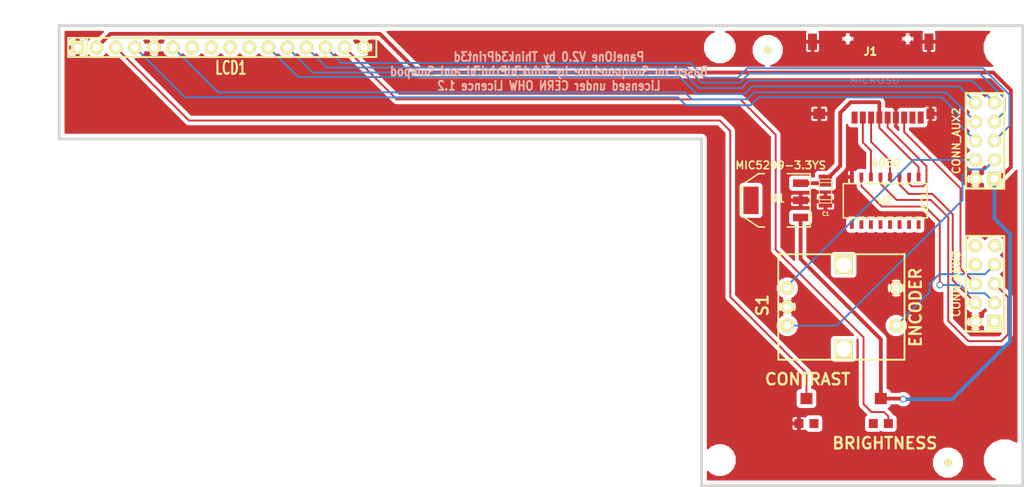
<source format=kicad_pcb>
(kicad_pcb (version 4) (host pcbnew "(2014-12-16 BZR 5324)-product")

  (general
    (links 42)
    (no_connects 3)
    (area 127.185419 58.160919 263.552941 124.30252)
    (thickness 1.6002)
    (drawings 20)
    (tracks 181)
    (zones 0)
    (modules 14)
    (nets 22)
  )

  (page A4)
  (title_block
    (title "PanelOne v2")
    (date "22 jun 2014")
    (rev V2.0)
    (company "Design by T Lock (Think3dPrint3d)")
    (comment 1 "Licensed under CERN OHW Licence 1.2")
    (comment 2 "Based on the Sumpanelone by by T Lock (Think3dPrint3d) and R Sum (Sumpod)")
  )

  (layers
    (0 Front signal)
    (31 Back signal)
    (36 B.SilkS user)
    (37 F.SilkS user)
    (38 B.Mask user)
    (39 F.Mask user)
    (40 Dwgs.User user)
    (44 Edge.Cuts user)
  )

  (setup
    (last_trace_width 0.254)
    (user_trace_width 0.254)
    (user_trace_width 0.508)
    (user_trace_width 0.762)
    (user_trace_width 1.1049)
    (user_trace_width 1.524)
    (trace_clearance 0.254)
    (zone_clearance 0.508)
    (zone_45_only no)
    (trace_min 0.254)
    (segment_width 0.381)
    (edge_width 0.381)
    (via_size 0.889)
    (via_drill 0.635)
    (via_min_size 0.889)
    (via_min_drill 0.508)
    (uvia_size 0.508)
    (uvia_drill 0.127)
    (uvias_allowed no)
    (uvia_min_size 0.508)
    (uvia_min_drill 0.127)
    (pcb_text_width 0.3048)
    (pcb_text_size 1.524 2.032)
    (mod_edge_width 0.254)
    (mod_text_size 1.524 1.524)
    (mod_text_width 0.3048)
    (pad_size 1.00076 1.00076)
    (pad_drill 0)
    (pad_to_mask_clearance 0.254)
    (aux_axis_origin 127.4064 122.83186)
    (grid_origin 127.4064 122.83186)
    (visible_elements FFFFFF7F)
    (pcbplotparams
      (layerselection 0x00030_80000001)
      (usegerberextensions true)
      (excludeedgelayer true)
      (linewidth 0.150000)
      (plotframeref false)
      (viasonmask false)
      (mode 1)
      (useauxorigin true)
      (hpglpennumber 1)
      (hpglpenspeed 20)
      (hpglpendiameter 15)
      (hpglpenoverlay 0)
      (psnegative false)
      (psa4output false)
      (plotreference true)
      (plotvalue true)
      (plotinvisibletext false)
      (padsonsilk false)
      (subtractmaskfromsilk true)
      (outputformat 1)
      (mirror false)
      (drillshape 1)
      (scaleselection 1)
      (outputdirectory Gerbers/))
  )

  (net 0 "")
  (net 1 +3.3V)
  (net 2 +5V)
  (net 3 /CS)
  (net 4 /DI)
  (net 5 /DO)
  (net 6 /_CLK)
  (net 7 /_CS)
  (net 8 /_DI)
  (net 9 GND)
  (net 10 N-000012)
  (net 11 N-000013)
  (net 12 N-000016)
  (net 13 N-000020)
  (net 14 N-000021)
  (net 15 N-000026)
  (net 16 N-000027)
  (net 17 N-000028)
  (net 18 N-000030)
  (net 19 N-000031)
  (net 20 N-000032)
  (net 21 N-000033)

  (net_class Default "This is the default net class."
    (clearance 0.254)
    (trace_width 0.254)
    (via_dia 0.889)
    (via_drill 0.635)
    (uvia_dia 0.508)
    (uvia_drill 0.127)
    (add_net +3.3V)
    (add_net +5V)
    (add_net /CS)
    (add_net /DI)
    (add_net /DO)
    (add_net /_CLK)
    (add_net /_CS)
    (add_net /_DI)
    (add_net GND)
    (add_net N-000012)
    (add_net N-000013)
    (add_net N-000016)
    (add_net N-000020)
    (add_net N-000021)
    (add_net N-000026)
    (add_net N-000027)
    (add_net N-000028)
    (add_net N-000030)
    (add_net N-000031)
    (add_net N-000032)
    (add_net N-000033)
  )

  (net_class 0.508 ""
    (clearance 0.254)
    (trace_width 0.508)
    (via_dia 0.889)
    (via_drill 0.635)
    (uvia_dia 0.508)
    (uvia_drill 0.127)
  )

  (net_class 0.762 ""
    (clearance 0.254)
    (trace_width 0.762)
    (via_dia 0.889)
    (via_drill 0.635)
    (uvia_dia 0.508)
    (uvia_drill 0.127)
  )

  (net_class 1.016 ""
    (clearance 0.254)
    (trace_width 1.016)
    (via_dia 0.889)
    (via_drill 0.635)
    (uvia_dia 0.508)
    (uvia_drill 0.127)
  )

  (net_class 1.524 ""
    (clearance 0.254)
    (trace_width 1.524)
    (via_dia 0.889)
    (via_drill 0.635)
    (uvia_dia 0.508)
    (uvia_drill 0.127)
  )

  (module Fiducial (layer Front) (tedit 53A7132A) (tstamp 53A70F6E)
    (at 229.40518 64.83096)
    (fp_text reference Fid1 (at 0 -2.99974) (layer F.SilkS) hide
      (effects (font (thickness 0.3048)))
    )
    (fp_text value FID1 (at 0 2.99974) (layer F.SilkS) hide
      (effects (font (thickness 0.3048)))
    )
    (pad 1 thru_hole circle (at 0 0) (size 1.00076 1.00076) (layers *.Cu *.Mask F.SilkS)
      (solder_mask_margin 1.50114) (solder_paste_margin 1.50114) (clearance 1.50114))
  )

  (module MICRO_SD (layer Front) (tedit 53A70F22) (tstamp 539F555D)
    (at 243.12626 66.83248 180)
    (path /539F32C3)
    (fp_text reference J1 (at 0.04064 1.81102 180) (layer F.SilkS)
      (effects (font (size 1.016 1.016) (thickness 0.254)))
    )
    (fp_text value MICROSD (at -0.50038 -1.99898 180) (layer F.SilkS)
      (effects (font (size 1.016 1.016) (thickness 0.03302)))
    )
    (pad "" np_thru_hole circle (at -4.93014 3.50012 180) (size 1.00076 1.00076) (drill 1.00076) (layers *.Cu *.Mask F.SilkS)
      (net 9 GND))
    (pad "" np_thru_hole circle (at 3.05054 3.50012 180) (size 1.00076 1.00076) (drill 1.00076) (layers *.Cu *.Mask F.SilkS)
      (net 9 GND))
    (pad "" smd rect (at -7.74954 3.0988 180) (size 1.19888 2.19964) (layers Front F.Mask)
      (net 9 GND))
    (pad "" smd rect (at 7.74954 3.0988 180) (size 1.19888 2.19964) (layers Front F.Mask)
      (net 9 GND))
    (pad "" smd rect (at 6.85038 -6.49986 180) (size 1.6002 1.39954) (layers Front F.Mask)
      (net 9 GND))
    (pad "" smd rect (at -7.9502 -6.49986 180) (size 1.09982 1.39954) (layers Front F.Mask)
      (net 9 GND))
    (pad 3 smd rect (at -0.0508 -7.00024 180) (size 0.8001 1.6002) (layers Front F.Mask)
      (net 8 /_DI))
    (pad 2 smd rect (at 1.05156 -7.00024 180) (size 0.8001 1.6002) (layers Front F.Mask)
      (net 7 /_CS))
    (pad 1 smd rect (at 2.15138 -7.00024 180) (size 0.8001 1.6002) (layers Front F.Mask))
    (pad 4 smd rect (at -1.15062 -7.00024 180) (size 0.8001 1.6002) (layers Front F.Mask)
      (net 1 +3.3V))
    (pad 5 smd rect (at -2.25044 -7.00024 180) (size 0.8001 1.6002) (layers Front F.Mask)
      (net 6 /_CLK))
    (pad 6 smd rect (at -3.35026 -7.00024 180) (size 0.8001 1.6002) (layers Front F.Mask)
      (net 9 GND))
    (pad 7 smd rect (at -4.45008 -7.00024 180) (size 0.8001 1.6002) (layers Front F.Mask)
      (net 5 /DO))
    (pad 8 smd rect (at -5.5499 -7.00024 180) (size 0.8001 1.6002) (layers Front F.Mask))
    (pad Cd smd rect (at -6.64972 -7.00024 180) (size 0.8001 1.6002) (layers Front F.Mask))
    (model 3D/SD-Amp-microSlot.wrl
      (at (xyz 0 -0.261181 0))
      (scale (xyz 0.3937 0.3937 0.3937))
      (rotate (xyz 0 0 0))
    )
  )

  (module TC33X-POT (layer Front) (tedit 53A08029) (tstamp 528F63C3)
    (at 234.56646 112.7887)
    (path /528F1C57)
    (fp_text reference RV1 (at 0.57912 3.94208) (layer F.SilkS) hide
      (effects (font (thickness 0.3048)))
    )
    (fp_text value CONTRAST (at 0.16002 -4.0767) (layer F.SilkS)
      (effects (font (thickness 0.3048)))
    )
    (pad 1 smd rect (at -1.00076 1.82626) (size 1.19888 1.19888) (layers Front F.Mask)
      (net 9 GND))
    (pad 3 smd rect (at 1.00076 1.82626) (size 1.19888 1.19888) (layers Front F.Mask))
    (pad 2 smd rect (at 0 -1.50114) (size 1.6002 1.50114) (layers Front F.Mask)
      (net 13 N-000020))
  )

  (module LCD_2004 (layer Front) (tedit 53A0804F) (tstamp 528FA285)
    (at 137.53084 64.48552)
    (descr LCD_2004)
    (tags LCD)
    (path /528F125A)
    (fp_text reference LCD1 (at 20.3962 2.72542) (layer F.SilkS)
      (effects (font (size 1.72974 1.08712) (thickness 0.27178)))
    )
    (fp_text value LCD_2X16_SIL (at 17.53616 6.72084) (layer F.SilkS) hide
      (effects (font (size 1.524 1.016) (thickness 0.254)))
    )
    (fp_line (start 39.76624 1.27508) (end -1.27 1.27508) (layer F.SilkS) (width 0.254))
    (fp_line (start -1.26492 -1.27508) (end 39.76116 -1.27508) (layer F.SilkS) (width 0.254))
    (fp_line (start 39.76624 -1.27508) (end 39.76624 1.26492) (layer F.SilkS) (width 0.254))
    (fp_line (start -1.27 1.27) (end -1.27 -1.27) (layer F.SilkS) (width 0.254))
    (fp_line (start 1.27 -1.27) (end 1.27 1.27) (layer F.SilkS) (width 0.254))
    (pad 1 thru_hole rect (at 0 0) (size 1.80086 1.80086) (drill 1.00076) (layers *.Cu *.Mask F.SilkS)
      (net 9 GND))
    (pad 2 thru_hole circle (at 2.54 0) (size 1.80086 1.80086) (drill 1.00076) (layers *.Cu *.Mask F.SilkS)
      (net 2 +5V))
    (pad 3 thru_hole circle (at 5.08 0) (size 1.80086 1.80086) (drill 1.00076) (layers *.Cu *.Mask F.SilkS)
      (net 13 N-000020))
    (pad 4 thru_hole circle (at 7.62 0) (size 1.80086 1.80086) (drill 1.00076) (layers *.Cu *.Mask F.SilkS)
      (net 10 N-000012))
    (pad 5 thru_hole circle (at 10.16 0) (size 1.80086 1.80086) (drill 1.00076) (layers *.Cu *.Mask F.SilkS)
      (net 9 GND))
    (pad 6 thru_hole circle (at 12.7 0) (size 1.80086 1.80086) (drill 1.00076) (layers *.Cu *.Mask F.SilkS)
      (net 14 N-000021))
    (pad 7 thru_hole circle (at 15.24 0) (size 1.80086 1.80086) (drill 1.00076) (layers *.Cu *.Mask F.SilkS))
    (pad 8 thru_hole circle (at 17.78 0) (size 1.80086 1.80086) (drill 1.00076) (layers *.Cu *.Mask F.SilkS))
    (pad 9 thru_hole circle (at 20.32 0) (size 1.80086 1.80086) (drill 1.00076) (layers *.Cu *.Mask F.SilkS))
    (pad 10 thru_hole circle (at 22.86 0) (size 1.80086 1.80086) (drill 1.00076) (layers *.Cu *.Mask F.SilkS))
    (pad 11 thru_hole circle (at 25.4 0) (size 1.80086 1.80086) (drill 1.00076) (layers *.Cu *.Mask F.SilkS)
      (net 21 N-000033))
    (pad 12 thru_hole circle (at 27.94 0) (size 1.80086 1.80086) (drill 1.00076) (layers *.Cu *.Mask F.SilkS)
      (net 15 N-000026))
    (pad 13 thru_hole circle (at 30.48 0) (size 1.80086 1.80086) (drill 1.00076) (layers *.Cu *.Mask F.SilkS)
      (net 11 N-000013))
    (pad 14 thru_hole circle (at 33.02 0) (size 1.80086 1.80086) (drill 1.00076) (layers *.Cu *.Mask F.SilkS)
      (net 20 N-000032))
    (pad 15 thru_hole circle (at 35.56 0) (size 1.80086 1.80086) (drill 1.00076) (layers *.Cu *.Mask F.SilkS)
      (net 16 N-000027))
    (pad 16 thru_hole circle (at 38.1 0) (size 1.80086 1.80086) (drill 1.00076) (layers *.Cu *.Mask F.SilkS)
      (net 9 GND))
    (pad "" np_thru_hole circle (at 85.49894 0) (size 3.2004 3.2004) (drill 3.2004) (layers *.Cu))
    (pad "" np_thru_hole circle (at 85.50656 55.00116) (size 3.2004 3.2004) (drill 3.2004) (layers *.Cu))
  )

  (module PIN_ARRAY_5x2 (layer Front) (tedit 539F4628) (tstamp 528F5742)
    (at 258.33578 76.93152 90)
    (descr "Double rangee de contacts 2 x 5 pins")
    (tags CONN)
    (path /528F1314)
    (fp_text reference P2 (at 0.127 3.683 90) (layer F.SilkS) hide
      (effects (font (size 1.016 1.016) (thickness 0.2032)))
    )
    (fp_text value CONN_AUX2 (at 0 -3.81 90) (layer F.SilkS)
      (effects (font (size 1.016 1.016) (thickness 0.2032)))
    )
    (fp_line (start -6.35 -2.54) (end 6.35 -2.54) (layer F.SilkS) (width 0.3048))
    (fp_line (start 6.35 -2.54) (end 6.35 2.54) (layer F.SilkS) (width 0.3048))
    (fp_line (start 6.35 2.54) (end -6.35 2.54) (layer F.SilkS) (width 0.3048))
    (fp_line (start -6.35 2.54) (end -6.35 -2.54) (layer F.SilkS) (width 0.3048))
    (pad 1 thru_hole rect (at -5.08 1.27 90) (size 1.80086 1.80086) (drill 1.016) (layers *.Cu *.Mask F.SilkS)
      (net 2 +5V))
    (pad 2 thru_hole circle (at -5.08 -1.27 90) (size 1.75006 1.75006) (drill 1.016) (layers *.Cu *.Mask F.SilkS)
      (net 9 GND))
    (pad 3 thru_hole circle (at -2.54 1.27 90) (size 1.75006 1.75006) (drill 1.016) (layers *.Cu *.Mask F.SilkS)
      (net 18 N-000030))
    (pad 4 thru_hole circle (at -2.54 -1.27 90) (size 1.75006 1.75006) (drill 1.016) (layers *.Cu *.Mask F.SilkS)
      (net 19 N-000031))
    (pad 5 thru_hole circle (at 0 1.27 90) (size 1.75006 1.75006) (drill 1.016) (layers *.Cu *.Mask F.SilkS)
      (net 20 N-000032))
    (pad 6 thru_hole circle (at 0 -1.27 90) (size 1.75006 1.75006) (drill 1.016) (layers *.Cu *.Mask F.SilkS)
      (net 10 N-000012))
    (pad 7 thru_hole circle (at 2.54 1.27 90) (size 1.75006 1.75006) (drill 1.016) (layers *.Cu *.Mask F.SilkS)
      (net 11 N-000013))
    (pad 8 thru_hole circle (at 2.54 -1.27 90) (size 1.75006 1.75006) (drill 1.016) (layers *.Cu *.Mask F.SilkS)
      (net 14 N-000021))
    (pad 9 thru_hole circle (at 5.08 1.27 90) (size 1.75006 1.75006) (drill 1.016) (layers *.Cu *.Mask F.SilkS)
      (net 15 N-000026))
    (pad 10 thru_hole circle (at 5.08 -1.27 90) (size 1.75006 1.75006) (drill 1.016) (layers *.Cu *.Mask F.SilkS)
      (net 21 N-000033))
    (model pin_array/pins_array_5x2.wrl
      (at (xyz 0 0 0))
      (scale (xyz 1 1 1))
      (rotate (xyz 0 0 0))
    )
  )

  (module PIN_ARRAY_5x2 (layer Front) (tedit 539F460A) (tstamp 528F5740)
    (at 258.33578 95.98152 90)
    (descr "Double rangee de contacts 2 x 5 pins")
    (tags CONN)
    (path /528F130A)
    (fp_text reference P1 (at 0 3.81 90) (layer F.SilkS) hide
      (effects (font (size 1.016 1.016) (thickness 0.2032)))
    )
    (fp_text value CONN_AUX3 (at 0 -3.81 90) (layer F.SilkS)
      (effects (font (size 1.016 1.016) (thickness 0.2032)))
    )
    (fp_line (start -6.35 -2.54) (end 6.35 -2.54) (layer F.SilkS) (width 0.3048))
    (fp_line (start 6.35 -2.54) (end 6.35 2.54) (layer F.SilkS) (width 0.3048))
    (fp_line (start 6.35 2.54) (end -6.35 2.54) (layer F.SilkS) (width 0.3048))
    (fp_line (start -6.35 2.54) (end -6.35 -2.54) (layer F.SilkS) (width 0.3048))
    (pad 1 thru_hole rect (at -5.08 1.27 90) (size 1.80086 1.80086) (drill 1.016) (layers *.Cu *.Mask F.SilkS))
    (pad 2 thru_hole circle (at -5.08 -1.27 90) (size 1.75006 1.75006) (drill 1.016) (layers *.Cu *.Mask F.SilkS)
      (net 9 GND))
    (pad 3 thru_hole circle (at -2.54 1.27 90) (size 1.75006 1.75006) (drill 1.016) (layers *.Cu *.Mask F.SilkS)
      (net 3 /CS))
    (pad 4 thru_hole circle (at -2.54 -1.27 90) (size 1.75006 1.75006) (drill 1.016) (layers *.Cu *.Mask F.SilkS)
      (net 12 N-000016))
    (pad 5 thru_hole circle (at 0 1.27 90) (size 1.75006 1.75006) (drill 1.016) (layers *.Cu *.Mask F.SilkS)
      (net 4 /DI))
    (pad 6 thru_hole circle (at 0 -1.27 90) (size 1.75006 1.75006) (drill 1.016) (layers *.Cu *.Mask F.SilkS)
      (net 5 /DO))
    (pad 7 thru_hole circle (at 2.54 1.27 90) (size 1.75006 1.75006) (drill 1.016) (layers *.Cu *.Mask F.SilkS)
      (net 17 N-000028))
    (pad 8 thru_hole circle (at 2.54 -1.27 90) (size 1.75006 1.75006) (drill 1.016) (layers *.Cu *.Mask F.SilkS)
      (net 2 +5V))
    (pad 9 thru_hole circle (at 5.08 1.27 90) (size 1.75006 1.75006) (drill 1.016) (layers *.Cu *.Mask F.SilkS))
    (pad 10 thru_hole circle (at 5.08 -1.27 90) (size 1.75006 1.75006) (drill 1.016) (layers *.Cu *.Mask F.SilkS))
    (model pin_array/pins_array_5x2.wrl
      (at (xyz 0 0 0))
      (scale (xyz 1 1 1))
      (rotate (xyz 0 0 0))
    )
  )

  (module ALPS_EC12E2424407 (layer Front) (tedit 53A0802D) (tstamp 528F5747)
    (at 239.51946 99.05492 270)
    (path /528F2021)
    (fp_text reference S1 (at -0.2032 10.8204 270) (layer F.SilkS)
      (effects (font (thickness 0.3048)))
    )
    (fp_text value ENCODER (at 0.0762 -9.5758 270) (layer F.SilkS)
      (effects (font (thickness 0.3048)))
    )
    (fp_line (start -7.0104 -8.1026) (end -7.0104 8.70204) (layer F.SilkS) (width 0.254))
    (fp_line (start -7.0104 8.70204) (end 7.05104 8.70204) (layer F.SilkS) (width 0.254))
    (fp_line (start 7.05104 8.70204) (end 7.05104 -8.1026) (layer F.SilkS) (width 0.254))
    (fp_line (start 7.05104 -8.1026) (end -7.05104 -8.1026) (layer F.SilkS) (width 0.254))
    (pad "" np_thru_hole rect (at 5.6007 0 270) (size 2.4003 2.4003) (drill 2.00152) (layers *.Cu *.Mask F.SilkS))
    (pad "" np_thru_hole rect (at -5.6007 0 270) (size 2.4003 2.4003) (drill 2.00152) (layers *.Cu *.Mask F.SilkS))
    (pad 2 thru_hole circle (at 0 7.50062 270) (size 1.80086 1.80086) (drill 1.00076) (layers *.Cu *.Mask F.SilkS)
      (net 9 GND))
    (pad 3 thru_hole circle (at 2.49936 7.50062 270) (size 1.80086 1.80086) (drill 1.00076) (layers *.Cu *.Mask F.SilkS)
      (net 18 N-000030))
    (pad 1 thru_hole circle (at -2.49936 7.50062 270) (size 1.80086 1.80086) (drill 1.00076) (layers *.Cu *.Mask F.SilkS)
      (net 19 N-000031))
    (pad 4 thru_hole circle (at -2.49936 -7.00024 270) (size 1.80086 1.80086) (drill 1.00076) (layers *.Cu *.Mask F.SilkS)
      (net 9 GND))
    (pad 5 thru_hole circle (at 2.49936 -7.00024 270) (size 1.80086 1.80086) (drill 1.00076) (layers *.Cu *.Mask F.SilkS)
      (net 17 N-000028))
  )

  (module Mounting_M3 (layer Front) (tedit 52E59382) (tstamp 5290C627)
    (at 260.91388 64.48044)
    (path Mounting_M3)
    (fp_text reference "" (at 0 -2.54) (layer F.SilkS) hide
      (effects (font (thickness 0.3048)))
    )
    (fp_text value M3 (at 0 -2.54) (layer F.SilkS) hide
      (effects (font (thickness 0.3048)))
    )
    (pad "" np_thru_hole circle (at 0 0) (size 3.2004 3.2004) (drill 3.2004) (layers *.Cu)
      (solder_mask_margin 1.15062) (clearance 1.15062))
  )

  (module Mounting_M3 (layer Front) (tedit 52E59352) (tstamp 5294FAC1)
    (at 260.93928 119.48668)
    (path Mounting_M3)
    (fp_text reference "" (at 0 -2.54) (layer F.SilkS) hide
      (effects (font (thickness 0.3048)))
    )
    (fp_text value M3 (at 0 -2.54) (layer F.SilkS) hide
      (effects (font (thickness 0.3048)))
    )
    (pad "" np_thru_hole circle (at 0 0) (size 3.2004 3.2004) (drill 3.2004) (layers *.Cu)
      (solder_mask_margin 1.15062) (clearance 1.15062))
  )

  (module SOT223 (layer Front) (tedit 53A0803A) (tstamp 539F2438)
    (at 230.48722 84.86394 90)
    (descr "module CMS SOT223 4 pins")
    (tags "CMS SOT")
    (path /539F37A2)
    (attr smd)
    (fp_text reference U1 (at 0.25146 0.19812 180) (layer F.SilkS)
      (effects (font (size 1.016 1.016) (thickness 0.2032)))
    )
    (fp_text value MIC5209-3.3YS (at 4.67106 0.65024 180) (layer F.SilkS)
      (effects (font (size 1.016 1.016) (thickness 0.2032)))
    )
    (fp_line (start -3.556 1.524) (end -3.556 4.572) (layer F.SilkS) (width 0.2032))
    (fp_line (start -3.556 4.572) (end 3.556 4.572) (layer F.SilkS) (width 0.2032))
    (fp_line (start 3.556 4.572) (end 3.556 1.524) (layer F.SilkS) (width 0.2032))
    (fp_line (start -3.556 -1.524) (end -3.556 -2.286) (layer F.SilkS) (width 0.2032))
    (fp_line (start -3.556 -2.286) (end -2.032 -4.572) (layer F.SilkS) (width 0.2032))
    (fp_line (start -2.032 -4.572) (end 2.032 -4.572) (layer F.SilkS) (width 0.2032))
    (fp_line (start 2.032 -4.572) (end 3.556 -2.286) (layer F.SilkS) (width 0.2032))
    (fp_line (start 3.556 -2.286) (end 3.556 -1.524) (layer F.SilkS) (width 0.2032))
    (pad 4 smd rect (at 0 -3.302 90) (size 3.6576 2.032) (layers Front F.Mask))
    (pad 2 smd rect (at 0 3.302 90) (size 1.016 2.032) (layers Front F.Mask)
      (net 9 GND))
    (pad 3 smd rect (at 2.286 3.302 90) (size 1.016 2.032) (layers Front F.Mask)
      (net 1 +3.3V))
    (pad 1 smd rect (at -2.286 3.302 90) (size 1.016 2.032) (layers Front F.Mask)
      (net 2 +5V))
    (model smd/SOT223.wrl
      (at (xyz 0 0 0))
      (scale (xyz 0.4 0.4 0.4))
      (rotate (xyz 0 0 0))
    )
  )

  (module SO16N (layer Front) (tedit 53A08037) (tstamp 539F2439)
    (at 245.05666 84.92236 180)
    (descr "Module CMS SOJ 16 pins large")
    (tags "CMS SOJ")
    (path /539EB43C)
    (attr smd)
    (fp_text reference U2 (at 0.02032 0.09144 180) (layer F.SilkS)
      (effects (font (size 1.016 1.016) (thickness 0.2032)))
    )
    (fp_text value 4050 (at -0.0508 5.01142 180) (layer F.SilkS)
      (effects (font (size 1.016 1.016) (thickness 0.2032)))
    )
    (fp_line (start -5.588 -0.762) (end -4.826 -0.762) (layer F.SilkS) (width 0.2032))
    (fp_line (start -4.826 -0.762) (end -4.826 0.762) (layer F.SilkS) (width 0.2032))
    (fp_line (start -4.826 0.762) (end -5.588 0.762) (layer F.SilkS) (width 0.2032))
    (fp_line (start 5.588 -2.286) (end 5.588 2.286) (layer F.SilkS) (width 0.2032))
    (fp_line (start 5.588 2.286) (end -5.588 2.286) (layer F.SilkS) (width 0.2032))
    (fp_line (start -5.588 2.286) (end -5.588 -2.286) (layer F.SilkS) (width 0.2032))
    (fp_line (start -5.588 -2.286) (end 5.588 -2.286) (layer F.SilkS) (width 0.2032))
    (pad 16 smd rect (at -4.445 -3.175 180) (size 0.508 1.143) (layers Front F.Mask))
    (pad 14 smd rect (at -1.905 -3.175 180) (size 0.508 1.143) (layers Front F.Mask))
    (pad 13 smd rect (at -0.635 -3.175 180) (size 0.508 1.143) (layers Front F.Mask))
    (pad 12 smd rect (at 0.635 -3.175 180) (size 0.508 1.143) (layers Front F.Mask))
    (pad 11 smd rect (at 1.905 -3.175 180) (size 0.508 1.143) (layers Front F.Mask))
    (pad 10 smd rect (at 3.175 -3.175 180) (size 0.508 1.143) (layers Front F.Mask))
    (pad 9 smd rect (at 4.445 -3.175 180) (size 0.508 1.143) (layers Front F.Mask))
    (pad 8 smd rect (at 4.445 3.175 180) (size 0.508 1.143) (layers Front F.Mask)
      (net 9 GND))
    (pad 7 smd rect (at 3.175 3.175 180) (size 0.508 1.143) (layers Front F.Mask)
      (net 3 /CS))
    (pad 6 smd rect (at 1.905 3.175 180) (size 0.508 1.143) (layers Front F.Mask)
      (net 7 /_CS))
    (pad 5 smd rect (at 0.635 3.175 180) (size 0.508 1.143) (layers Front F.Mask)
      (net 4 /DI))
    (pad 4 smd rect (at -0.635 3.175 180) (size 0.508 1.143) (layers Front F.Mask)
      (net 8 /_DI))
    (pad 3 smd rect (at -1.905 3.175 180) (size 0.508 1.143) (layers Front F.Mask)
      (net 12 N-000016))
    (pad 2 smd rect (at -3.175 3.175 180) (size 0.508 1.143) (layers Front F.Mask)
      (net 6 /_CLK))
    (pad 1 smd rect (at -4.445 3.175 180) (size 0.508 1.143) (layers Front F.Mask)
      (net 1 +3.3V))
    (pad 15 smd rect (at -3.175 -3.175 180) (size 0.508 1.143) (layers Front F.Mask))
    (model smd/cms_so16.wrl
      (at (xyz 0 0 0))
      (scale (xyz 0.5 0.4 0.5))
      (rotate (xyz 0 0 0))
    )
  )

  (module c_1206 (layer Front) (tedit 539F5292) (tstamp 539F243B)
    (at 237.0963 83.63204 90)
    (descr "SMT capacitor, 1206")
    (path /539F1C08)
    (fp_text reference C1 (at -3.02768 0.03048 180) (layer F.SilkS)
      (effects (font (size 0.50038 0.50038) (thickness 0.11938)))
    )
    (fp_text value 2.2uF (at 0 1.27 90) (layer F.SilkS) hide
      (effects (font (size 0.50038 0.50038) (thickness 0.11938)))
    )
    (fp_line (start 1.143 0.8128) (end 1.143 -0.8128) (layer F.SilkS) (width 0.127))
    (fp_line (start -1.143 -0.8128) (end -1.143 0.8128) (layer F.SilkS) (width 0.127))
    (fp_line (start -1.6002 -0.8128) (end -1.6002 0.8128) (layer F.SilkS) (width 0.127))
    (fp_line (start -1.6002 0.8128) (end 1.6002 0.8128) (layer F.SilkS) (width 0.127))
    (fp_line (start 1.6002 0.8128) (end 1.6002 -0.8128) (layer F.SilkS) (width 0.127))
    (fp_line (start 1.6002 -0.8128) (end -1.6002 -0.8128) (layer F.SilkS) (width 0.127))
    (pad 1 smd rect (at 1.397 0 90) (size 1.6002 1.8034) (layers Front F.Mask)
      (net 1 +3.3V))
    (pad 2 smd rect (at -1.397 0 90) (size 1.6002 1.8034) (layers Front F.Mask)
      (net 9 GND))
    (model smd/capacitors/c_1206.wrl
      (at (xyz 0 0 0))
      (scale (xyz 1 1 1))
      (rotate (xyz 0 0 0))
    )
  )

  (module TC33X-POT (layer Front) (tedit 53A08028) (tstamp 53A06858)
    (at 244.47246 112.7887)
    (path /528F7F4B)
    (fp_text reference RV2 (at 0.10414 -3.61696) (layer F.SilkS) hide
      (effects (font (thickness 0.3048)))
    )
    (fp_text value BRIGHTNESS (at 0.5334 4.45262) (layer F.SilkS)
      (effects (font (thickness 0.3048)))
    )
    (pad 1 smd rect (at -1.00076 1.82626) (size 1.19888 1.19888) (layers Front F.Mask))
    (pad 3 smd rect (at 1.00076 1.82626) (size 1.19888 1.19888) (layers Front F.Mask)
      (net 16 N-000027))
    (pad 2 smd rect (at 0 -1.50114) (size 1.6002 1.50114) (layers Front F.Mask)
      (net 2 +5V))
  )

  (module Fiducial (layer Front) (tedit 53A7131E) (tstamp 53A7128C)
    (at 253.40564 119.82958)
    (path Fiducial)
    (fp_text reference Fid2 (at 0 -2.99974) (layer F.SilkS) hide
      (effects (font (thickness 0.3048)))
    )
    (fp_text value FID2 (at 0 2.99974) (layer F.SilkS) hide
      (effects (font (thickness 0.3048)))
    )
    (pad 1 thru_hole circle (at 0 0) (size 1.00076 1.00076) (layers *.Cu *.Mask F.SilkS)
      (solder_mask_margin 1.50114) (solder_paste_margin 1.50114) (clearance 1.50114))
  )

  (gr_line (start 234.11688 75.28306) (end 234.22864 75.1713) (angle 90) (layer Dwgs.User) (width 0.381))
  (gr_line (start 234.11688 58.35142) (end 234.11688 75.28306) (angle 90) (layer Dwgs.User) (width 0.381))
  (gr_line (start 252.11532 58.35142) (end 234.11688 58.35142) (angle 90) (layer Dwgs.User) (width 0.381))
  (gr_line (start 252.11532 75.311) (end 252.11532 58.35142) (angle 90) (layer Dwgs.User) (width 0.381))
  (gr_line (start 234.12704 75.311) (end 252.11532 75.311) (angle 90) (layer Dwgs.User) (width 0.381))
  (gr_line (start 226.47402 61.98108) (end 127.38862 61.98108) (angle 90) (layer Dwgs.User) (width 0.381))
  (gr_line (start 226.47402 122.85726) (end 226.47402 61.98108) (angle 90) (layer Dwgs.User) (width 0.381))
  (gr_line (start 127.37592 122.85726) (end 226.47402 122.85726) (angle 90) (layer Dwgs.User) (width 0.381))
  (gr_line (start 127.37592 61.95314) (end 127.37592 122.85726) (angle 90) (layer Dwgs.User) (width 0.381))
  (gr_circle (center 130.0353 119.48922) (end 131.1402 120.67794) (layer Dwgs.User) (width 0.381))
  (gr_circle (center 130.04038 64.4779) (end 131.32054 65.57518) (layer Dwgs.User) (width 0.381))
  (gr_line (start 263.36244 122.90298) (end 263.36244 61.57214) (angle 90) (layer Edge.Cuts) (width 0.381))
  (gr_line (start 220.599 122.90298) (end 263.36244 122.90298) (angle 90) (layer Edge.Cuts) (width 0.381))
  (gr_line (start 135.07466 76.68768) (end 135.07466 76.59624) (angle 90) (layer Edge.Cuts) (width 0.381))
  (gr_line (start 220.599 76.68768) (end 135.07466 76.68768) (angle 90) (layer Edge.Cuts) (width 0.381))
  (gr_line (start 220.599 122.9106) (end 220.599 76.68768) (angle 90) (layer Edge.Cuts) (width 0.381))
  (gr_line (start 135.07466 61.57468) (end 135.08736 61.57468) (angle 90) (layer Edge.Cuts) (width 0.381))
  (gr_line (start 135.07466 76.64958) (end 135.07466 61.57468) (angle 90) (layer Edge.Cuts) (width 0.381))
  (gr_text "PanelOne V2.0 by Think3dPrint3d\nBased on Sumpanelone by Think3dPrint3d and Sumpod\nLicensed under CERN OHW Licence 1.2" (at 200.27646 67.67068) (layer B.SilkS)
    (effects (font (size 1.19888 1.00076) (thickness 0.25146)) (justify mirror))
  )
  (gr_line (start 135.07466 61.57468) (end 263.34466 61.57468) (angle 90) (layer Edge.Cuts) (width 0.381))

  (segment (start 244.27688 75.21194) (end 244.27688 73.83272) (width 0.254) (layer Front) (net 1))
  (segment (start 249.50166 80.43672) (end 244.27688 75.21194) (width 0.254) (layer Front) (net 1))
  (segment (start 249.50166 81.74736) (end 249.50166 80.43672) (width 0.254) (layer Front) (net 1))
  (segment (start 239.06734 80.264) (end 239.06734 73.18248) (width 0.508) (layer Front) (net 1))
  (segment (start 239.06734 73.18248) (end 240.46688 71.78294) (width 0.508) (layer Front) (net 1))
  (segment (start 240.46688 71.78294) (end 244.17528 71.78294) (width 0.508) (layer Front) (net 1))
  (segment (start 244.17528 71.78294) (end 244.27688 71.88454) (width 0.508) (layer Front) (net 1))
  (segment (start 244.27688 71.88454) (end 244.27688 73.83272) (width 0.508) (layer Front) (net 1))
  (segment (start 237.0963 82.23504) (end 239.06734 80.264) (width 0.508) (layer Front) (net 1))
  (segment (start 236.7534 82.57794) (end 237.0963 82.23504) (width 0.508) (layer Front) (net 1))
  (segment (start 233.78922 82.57794) (end 236.7534 82.57794) (width 0.508) (layer Front) (net 1))
  (segment (start 261.78764 70.18274) (end 259.4356 67.8307) (width 0.508) (layer Front) (net 2))
  (segment (start 244.47246 103.378) (end 233.78922 92.69476) (width 0.508) (layer Front) (net 2))
  (segment (start 244.47246 111.28756) (end 244.47246 103.378) (width 0.508) (layer Front) (net 2))
  (segment (start 259.60578 87.27186) (end 261.67588 89.34196) (width 0.508) (layer Back) (net 2))
  (segment (start 259.60578 82.01152) (end 259.60578 87.27186) (width 0.508) (layer Back) (net 2))
  (segment (start 261.78764 80.43164) (end 261.78764 70.18274) (width 0.508) (layer Front) (net 2))
  (segment (start 247.3833 111.28756) (end 244.47246 111.28756) (width 0.508) (layer Front) (net 2))
  (segment (start 233.78922 92.69476) (end 233.78922 87.14994) (width 0.508) (layer Front) (net 2))
  (via (at 247.46712 111.37138) (size 0.889) (layers Front Back) (net 2))
  (segment (start 141.8844 62.67196) (end 140.07084 64.48552) (width 0.508) (layer Front) (net 2))
  (segment (start 247.46712 111.37138) (end 247.3833 111.28756) (width 0.508) (layer Front) (net 2))
  (segment (start 253.96698 111.37138) (end 247.46712 111.37138) (width 0.508) (layer Back) (net 2))
  (segment (start 259.60578 82.01152) (end 260.20776 82.01152) (width 0.508) (layer Front) (net 2))
  (segment (start 260.20776 82.01152) (end 261.78764 80.43164) (width 0.508) (layer Front) (net 2))
  (segment (start 177.76698 62.67196) (end 141.8844 62.67196) (width 0.508) (layer Front) (net 2))
  (segment (start 259.4356 67.8307) (end 182.92572 67.8307) (width 0.508) (layer Front) (net 2))
  (segment (start 182.92572 67.8307) (end 177.76698 62.67196) (width 0.508) (layer Front) (net 2))
  (segment (start 261.67588 89.34196) (end 261.67588 103.66248) (width 0.508) (layer Back) (net 2))
  (segment (start 261.67588 103.66248) (end 253.96698 111.37138) (width 0.508) (layer Back) (net 2))
  (segment (start 252.31598 96.1517) (end 255.10744 96.1517) (width 0.254) (layer Back) (net 3))
  (segment (start 255.10744 96.1517) (end 255.17602 96.22028) (width 0.254) (layer Back) (net 3))
  (segment (start 258.33578 97.25152) (end 259.60578 98.52152) (width 0.254) (layer Back) (net 3))
  (segment (start 255.17602 96.22028) (end 256.20726 97.25152) (width 0.254) (layer Back) (net 3))
  (segment (start 252.08484 87.42172) (end 252.31598 87.65286) (width 0.254) (layer Front) (net 3))
  (segment (start 256.20726 97.25152) (end 258.33578 97.25152) (width 0.254) (layer Back) (net 3))
  (via (at 252.31598 96.1517) (size 0.889) (layers Front Back) (net 3))
  (segment (start 252.08484 87.42172) (end 252.10516 87.44204) (width 0.254) (layer Front) (net 3))
  (segment (start 241.88166 82.97672) (end 244.59692 85.69198) (width 0.254) (layer Front) (net 3))
  (segment (start 250.3551 85.69198) (end 252.08484 87.42172) (width 0.254) (layer Front) (net 3))
  (segment (start 244.59692 85.69198) (end 250.3551 85.69198) (width 0.254) (layer Front) (net 3))
  (segment (start 241.88166 81.74736) (end 241.88166 82.97672) (width 0.254) (layer Front) (net 3))
  (segment (start 252.31598 87.65286) (end 252.31598 96.1517) (width 0.254) (layer Front) (net 3))
  (segment (start 256.13614 103.632) (end 260.50494 103.632) (width 0.254) (layer Front) (net 4))
  (segment (start 246.57558 84.8106) (end 244.42166 82.65668) (width 0.254) (layer Front) (net 4))
  (segment (start 253.44628 100.94214) (end 256.13614 103.632) (width 0.254) (layer Front) (net 4))
  (segment (start 260.50494 103.632) (end 261.4168 102.72014) (width 0.254) (layer Front) (net 4))
  (segment (start 253.44628 89.50198) (end 253.44628 89.6112) (width 0.254) (layer Front) (net 4))
  (segment (start 246.57558 84.8106) (end 251.12472 84.8106) (width 0.254) (layer Front) (net 4))
  (segment (start 244.42166 81.74736) (end 244.42166 82.65668) (width 0.254) (layer Front) (net 4))
  (segment (start 261.4168 97.79254) (end 259.60578 95.98152) (width 0.254) (layer Front) (net 4))
  (segment (start 261.4168 102.72014) (end 261.4168 97.79254) (width 0.254) (layer Front) (net 4))
  (segment (start 251.12472 84.8106) (end 253.44628 87.13216) (width 0.254) (layer Front) (net 4))
  (segment (start 253.44628 87.13216) (end 253.44628 89.50198) (width 0.254) (layer Front) (net 4))
  (segment (start 253.44628 89.6112) (end 253.44628 100.94214) (width 0.254) (layer Front) (net 4))
  (segment (start 255.07696 93.9927) (end 257.06578 95.98152) (width 0.254) (layer Front) (net 5))
  (segment (start 247.57634 73.83272) (end 247.57634 75.76058) (width 0.254) (layer Front) (net 5))
  (segment (start 247.57634 75.76058) (end 255.07696 83.2612) (width 0.254) (layer Front) (net 5))
  (segment (start 255.07696 83.2612) (end 255.07696 93.9927) (width 0.254) (layer Front) (net 5))
  (segment (start 245.3767 75.14336) (end 245.3767 73.83272) (width 0.254) (layer Front) (net 6))
  (segment (start 248.23166 82.65668) (end 248.5771 83.00212) (width 0.254) (layer Front) (net 6))
  (segment (start 248.5771 83.00212) (end 250.08586 83.00212) (width 0.254) (layer Front) (net 6))
  (segment (start 250.08586 83.00212) (end 250.5456 82.54238) (width 0.254) (layer Front) (net 6))
  (segment (start 250.5456 80.31226) (end 245.3767 75.14336) (width 0.254) (layer Front) (net 6))
  (segment (start 250.5456 82.54238) (end 250.5456 80.31226) (width 0.254) (layer Front) (net 6))
  (segment (start 248.23166 81.74736) (end 248.23166 82.65668) (width 0.254) (layer Front) (net 6))
  (segment (start 242.0747 77.14996) (end 242.0747 73.83272) (width 0.254) (layer Front) (net 7))
  (segment (start 243.15166 78.22692) (end 242.0747 77.14996) (width 0.254) (layer Front) (net 7))
  (segment (start 243.15166 81.74736) (end 243.15166 78.22692) (width 0.254) (layer Front) (net 7))
  (segment (start 245.69166 79.58582) (end 243.17706 77.07122) (width 0.254) (layer Front) (net 8))
  (segment (start 243.17706 77.07122) (end 243.17706 73.83272) (width 0.254) (layer Front) (net 8))
  (segment (start 245.69166 81.74736) (end 245.69166 79.58582) (width 0.254) (layer Front) (net 8))
  (segment (start 137.53084 64.48552) (end 137.53084 64.2874) (width 0.508) (layer Back) (net 9))
  (segment (start 147.69084 64.48552) (end 147.69084 64.44742) (width 0.508) (layer Back) (net 9))
  (segment (start 254.76962 73.66254) (end 254.75438 74.54138) (width 0.254) (layer Back) (net 10))
  (segment (start 254.76962 73.66254) (end 254.76962 73.32472) (width 0.254) (layer Back) (net 10))
  (segment (start 217.46718 71.13778) (end 210.3882 71.13778) (width 0.254) (layer Back) (net 10))
  (segment (start 229.0826 71.13778) (end 228.17582 71.13778) (width 0.254) (layer Back) (net 10))
  (segment (start 218.5162 72.1868) (end 217.46718 71.13778) (width 0.254) (layer Back) (net 10))
  (segment (start 227.1268 72.1868) (end 218.5162 72.1868) (width 0.254) (layer Back) (net 10))
  (segment (start 210.3882 71.13778) (end 151.81326 71.13778) (width 0.254) (layer Back) (net 10))
  (segment (start 252.58268 71.13778) (end 229.0826 71.13778) (width 0.254) (layer Back) (net 10))
  (segment (start 254.75438 74.62012) (end 257.06578 76.93152) (width 0.254) (layer Back) (net 10))
  (segment (start 228.17582 71.13778) (end 227.1268 72.1868) (width 0.254) (layer Back) (net 10))
  (segment (start 151.81326 71.13778) (end 145.15084 64.47536) (width 0.254) (layer Back) (net 10))
  (segment (start 254.76962 73.32472) (end 252.58268 71.13778) (width 0.254) (layer Back) (net 10))
  (segment (start 145.15084 64.48552) (end 145.15084 64.47536) (width 0.254) (layer Back) (net 10))
  (segment (start 254.75438 74.54138) (end 254.75438 74.62012) (width 0.254) (layer Back) (net 10))
  (segment (start 254.75438 74.54138) (end 254.75184 74.6887) (width 0.254) (layer Back) (net 10))
  (segment (start 170.688 67.16268) (end 168.01084 64.48552) (width 0.254) (layer Back) (net 11))
  (segment (start 218.59748 67.16268) (end 211.1756 67.16268) (width 0.254) (layer Back) (net 11))
  (segment (start 260.95452 73.04278) (end 259.60578 74.39152) (width 0.254) (layer Back) (net 11))
  (segment (start 232.6386 67.92468) (end 232.7148 67.92468) (width 0.254) (layer Back) (net 11))
  (segment (start 232.7148 67.92468) (end 226.96932 67.92468) (width 0.254) (layer Back) (net 11))
  (segment (start 220.599 69.1642) (end 218.59748 67.16268) (width 0.254) (layer Back) (net 11))
  (segment (start 260.95452 71.24954) (end 260.95452 73.04278) (width 0.254) (layer Back) (net 11))
  (segment (start 232.7148 67.92468) (end 257.62966 67.92468) (width 0.254) (layer Back) (net 11))
  (segment (start 170.688 67.16268) (end 211.1756 67.16268) (width 0.254) (layer Back) (net 11))
  (segment (start 226.96932 67.92468) (end 225.7298 69.1642) (width 0.254) (layer Back) (net 11))
  (segment (start 257.62966 67.92468) (end 260.95452 71.24954) (width 0.254) (layer Back) (net 11))
  (segment (start 225.7298 69.1642) (end 220.599 69.1642) (width 0.254) (layer Back) (net 11))
  (segment (start 251.32792 84.01304) (end 248.18848 84.01304) (width 0.254) (layer Front) (net 12))
  (segment (start 246.96166 82.78622) (end 246.96166 81.74736) (width 0.254) (layer Front) (net 12))
  (segment (start 254.04318 86.7283) (end 251.32792 84.01304) (width 0.254) (layer Front) (net 12))
  (segment (start 254.04318 88.84158) (end 254.04318 88.82888) (width 0.254) (layer Front) (net 12))
  (segment (start 254.04318 95.49892) (end 254.04318 88.84158) (width 0.254) (layer Front) (net 12))
  (segment (start 254.04318 88.84158) (end 254.04318 86.7283) (width 0.254) (layer Front) (net 12))
  (segment (start 257.06578 98.52152) (end 254.04318 95.49892) (width 0.254) (layer Front) (net 12))
  (segment (start 248.18848 84.01304) (end 246.96166 82.78622) (width 0.254) (layer Front) (net 12))
  (segment (start 142.61084 64.48552) (end 142.64386 64.51854) (width 0.254) (layer Back) (net 13))
  (segment (start 152.3492 74.22388) (end 142.61084 64.48552) (width 0.254) (layer Front) (net 13))
  (segment (start 224.42424 75.62088) (end 223.02724 74.22388) (width 0.254) (layer Front) (net 13))
  (segment (start 223.02724 74.22388) (end 152.3492 74.22388) (width 0.254) (layer Front) (net 13))
  (segment (start 234.56646 111.28756) (end 234.56646 107.88142) (width 0.254) (layer Front) (net 13))
  (segment (start 234.56646 107.88142) (end 224.42424 97.7392) (width 0.254) (layer Front) (net 13))
  (segment (start 224.42424 97.7392) (end 224.42424 75.62088) (width 0.254) (layer Front) (net 13))
  (segment (start 156.21 70.46468) (end 150.23084 64.48552) (width 0.254) (layer Back) (net 14))
  (segment (start 219.3036 71.3994) (end 218.36888 70.46468) (width 0.254) (layer Back) (net 14))
  (segment (start 218.36888 70.46468) (end 210.6168 70.46468) (width 0.254) (layer Back) (net 14))
  (segment (start 257.06578 74.39152) (end 253.13894 70.46468) (width 0.254) (layer Back) (net 14))
  (segment (start 226.6442 71.3994) (end 219.3036 71.3994) (width 0.254) (layer Back) (net 14))
  (segment (start 227.57892 70.46468) (end 226.6442 71.3994) (width 0.254) (layer Back) (net 14))
  (segment (start 230.2764 70.46468) (end 227.57892 70.46468) (width 0.254) (layer Back) (net 14))
  (segment (start 210.6168 70.46468) (end 156.21 70.46468) (width 0.254) (layer Back) (net 14))
  (segment (start 230.2764 70.46468) (end 253.13894 70.46468) (width 0.254) (layer Back) (net 14))
  (segment (start 231.2416 68.91528) (end 231.267 68.91528) (width 0.254) (layer Back) (net 15))
  (segment (start 231.267 68.91528) (end 226.94392 68.91528) (width 0.254) (layer Back) (net 15))
  (segment (start 226.94392 68.91528) (end 225.9584 69.9008) (width 0.254) (layer Back) (net 15))
  (segment (start 220.2434 69.9008) (end 218.16568 67.82308) (width 0.254) (layer Back) (net 15))
  (segment (start 225.9584 69.9008) (end 220.2434 69.9008) (width 0.254) (layer Back) (net 15))
  (segment (start 168.8084 67.82308) (end 210.9978 67.82308) (width 0.254) (layer Back) (net 15))
  (segment (start 256.66954 68.91528) (end 259.60578 71.85152) (width 0.254) (layer Back) (net 15))
  (segment (start 231.267 68.91528) (end 256.66954 68.91528) (width 0.254) (layer Back) (net 15))
  (segment (start 218.16568 67.82308) (end 210.9978 67.82308) (width 0.254) (layer Back) (net 15))
  (segment (start 168.8084 67.82308) (end 165.47084 64.48552) (width 0.254) (layer Back) (net 15))
  (segment (start 242.16614 112.02162) (end 242.16614 103.13162) (width 0.254) (layer Front) (net 16))
  (segment (start 244.89664 113.0808) (end 243.22532 113.0808) (width 0.254) (layer Front) (net 16))
  (segment (start 180.01742 71.4121) (end 173.09084 64.48552) (width 0.254) (layer Front) (net 16))
  (segment (start 242.16614 103.13162) (end 230.4669 91.43238) (width 0.254) (layer Front) (net 16))
  (segment (start 243.22532 113.0808) (end 242.16614 112.02162) (width 0.254) (layer Front) (net 16))
  (segment (start 223.3803 71.4121) (end 180.01742 71.4121) (width 0.254) (layer Front) (net 16))
  (segment (start 230.4669 91.43238) (end 230.4669 76.11364) (width 0.254) (layer Front) (net 16))
  (segment (start 245.47322 114.61496) (end 245.47322 113.65738) (width 0.254) (layer Front) (net 16))
  (segment (start 230.4669 76.11364) (end 225.76536 71.4121) (width 0.254) (layer Front) (net 16))
  (segment (start 244.89664 113.0808) (end 245.47322 113.65738) (width 0.254) (layer Front) (net 16))
  (segment (start 225.76536 71.4121) (end 223.3803 71.4121) (width 0.254) (layer Front) (net 16))
  (segment (start 258.34594 94.70136) (end 259.60578 93.44152) (width 0.254) (layer Back) (net 17))
  (segment (start 252.2474 94.70136) (end 258.34594 94.70136) (width 0.254) (layer Back) (net 17))
  (segment (start 250.96724 95.98152) (end 252.2474 94.70136) (width 0.254) (layer Back) (net 17))
  (segment (start 250.96724 97.10674) (end 250.96724 95.98152) (width 0.254) (layer Back) (net 17))
  (segment (start 246.5197 101.55428) (end 250.96724 97.10674) (width 0.254) (layer Back) (net 17))
  (segment (start 256.22504 80.74152) (end 258.33578 80.74152) (width 0.254) (layer Back) (net 18))
  (segment (start 255.33604 81.63052) (end 256.22504 80.74152) (width 0.254) (layer Back) (net 18))
  (segment (start 255.33604 84.85124) (end 255.33604 81.63052) (width 0.254) (layer Back) (net 18))
  (segment (start 238.633 101.55428) (end 255.33604 84.85124) (width 0.254) (layer Back) (net 18))
  (segment (start 232.01884 101.55428) (end 238.633 101.55428) (width 0.254) (layer Back) (net 18))
  (segment (start 258.33578 80.74152) (end 259.60578 79.47152) (width 0.254) (layer Back) (net 18))
  (segment (start 248.79554 79.47152) (end 257.06578 79.47152) (width 0.254) (layer Back) (net 19))
  (segment (start 232.01884 96.55556) (end 232.01884 96.24822) (width 0.254) (layer Back) (net 19))
  (segment (start 232.01884 96.24822) (end 248.79554 79.47152) (width 0.254) (layer Back) (net 19))
  (segment (start 261.59714 74.94016) (end 259.60578 76.93152) (width 0.254) (layer Back) (net 20))
  (segment (start 233.1974 67.26428) (end 258.0767 67.26428) (width 0.254) (layer Back) (net 20))
  (segment (start 226.66452 67.26428) (end 225.3996 68.5292) (width 0.254) (layer Back) (net 20))
  (segment (start 172.6184 66.55308) (end 170.55084 64.48552) (width 0.254) (layer Back) (net 20))
  (segment (start 233.172 67.26428) (end 233.1974 67.26428) (width 0.254) (layer Back) (net 20))
  (segment (start 172.6184 66.55308) (end 211.2518 66.55308) (width 0.254) (layer Back) (net 20))
  (segment (start 261.59714 70.78472) (end 261.59714 74.94016) (width 0.254) (layer Back) (net 20))
  (segment (start 221.0308 68.5292) (end 219.05468 66.55308) (width 0.254) (layer Back) (net 20))
  (segment (start 258.0767 67.26428) (end 261.59714 70.78472) (width 0.254) (layer Back) (net 20))
  (segment (start 225.3996 68.5292) (end 221.0308 68.5292) (width 0.254) (layer Back) (net 20))
  (segment (start 219.05468 66.55308) (end 211.2518 66.55308) (width 0.254) (layer Back) (net 20))
  (segment (start 233.1974 67.26428) (end 226.66452 67.26428) (width 0.254) (layer Back) (net 20))
  (segment (start 231.0892 69.67474) (end 227.32746 69.67474) (width 0.254) (layer Back) (net 21))
  (segment (start 166.878 68.43268) (end 162.93084 64.48552) (width 0.254) (layer Back) (net 21))
  (segment (start 257.06578 71.85152) (end 254.889 69.67474) (width 0.254) (layer Back) (net 21))
  (segment (start 217.68308 68.43268) (end 210.7946 68.43268) (width 0.254) (layer Back) (net 21))
  (segment (start 231.0892 69.67474) (end 254.889 69.67474) (width 0.254) (layer Back) (net 21))
  (segment (start 219.9386 70.6882) (end 217.68308 68.43268) (width 0.254) (layer Back) (net 21))
  (segment (start 166.878 68.43268) (end 210.7946 68.43268) (width 0.254) (layer Back) (net 21))
  (segment (start 227.32746 69.67474) (end 226.314 70.6882) (width 0.254) (layer Back) (net 21))
  (segment (start 226.314 70.6882) (end 219.9386 70.6882) (width 0.254) (layer Back) (net 21))

  (zone (net 9) (net_name GND) (layer Front) (tstamp 539F4769) (hatch edge 0.508)
    (connect_pads (clearance 0.508))
    (min_thickness 0.254)
    (fill (arc_segments 16) (thermal_gap 0.254) (thermal_bridge_width 0.508))
    (polygon
      (pts
        (xy 263.33704 122.94108) (xy 263.3853 61.57214) (xy 135.06704 61.9125) (xy 135.10514 76.69276) (xy 220.57614 76.66228)
        (xy 220.59646 122.89028)
      )
    )
    (filled_polygon
      (pts
        (xy 259.334 66.9417) (xy 251.85624 66.9417) (xy 251.85624 63.95466) (xy 251.76226 63.86068) (xy 251.0028 63.86068)
        (xy 251.0028 65.12052) (xy 251.09678 65.2145) (xy 251.55144 65.21196) (xy 251.69114 65.15354) (xy 251.79782 65.04686)
        (xy 251.8537 64.90716) (xy 251.8537 64.7573) (xy 251.85624 63.95466) (xy 251.85624 66.9417) (xy 250.7488 66.9417)
        (xy 250.7488 65.12052) (xy 250.7488 63.86068) (xy 249.98934 63.86068) (xy 249.89536 63.95466) (xy 249.8979 64.7573)
        (xy 249.8979 64.90716) (xy 249.95378 65.04686) (xy 250.06046 65.15354) (xy 250.20016 65.21196) (xy 250.65482 65.2145)
        (xy 250.7488 65.12052) (xy 250.7488 66.9417) (xy 248.9327 66.9417) (xy 248.9327 63.4111) (xy 248.89714 63.07074)
        (xy 248.83618 62.92342) (xy 248.69394 62.87516) (xy 248.5136 63.0555) (xy 248.5136 62.69482) (xy 248.46534 62.55258)
        (xy 248.13514 62.45606) (xy 247.79478 62.49162) (xy 247.64746 62.55258) (xy 247.5992 62.69482) (xy 248.0564 63.15202)
        (xy 248.5136 62.69482) (xy 248.5136 63.0555) (xy 248.23674 63.33236) (xy 248.69394 63.78956) (xy 248.83618 63.7413)
        (xy 248.9327 63.4111) (xy 248.9327 66.9417) (xy 248.5136 66.9417) (xy 248.5136 63.9699) (xy 248.0564 63.5127)
        (xy 247.87606 63.69304) (xy 247.87606 63.33236) (xy 247.41886 62.87516) (xy 247.27662 62.92342) (xy 247.1801 63.25362)
        (xy 247.21566 63.59398) (xy 247.27662 63.7413) (xy 247.41886 63.78956) (xy 247.87606 63.33236) (xy 247.87606 63.69304)
        (xy 247.5992 63.9699) (xy 247.64746 64.11214) (xy 247.97766 64.20866) (xy 248.31802 64.1731) (xy 248.46534 64.11214)
        (xy 248.5136 63.9699) (xy 248.5136 66.9417) (xy 240.95202 66.9417) (xy 240.95202 63.4111) (xy 240.91646 63.07074)
        (xy 240.8555 62.92342) (xy 240.71326 62.87516) (xy 240.53292 63.0555) (xy 240.53292 62.69482) (xy 240.48466 62.55258)
        (xy 240.15446 62.45606) (xy 239.8141 62.49162) (xy 239.66678 62.55258) (xy 239.61852 62.69482) (xy 240.07572 63.15202)
        (xy 240.53292 62.69482) (xy 240.53292 63.0555) (xy 240.25606 63.33236) (xy 240.71326 63.78956) (xy 240.8555 63.7413)
        (xy 240.95202 63.4111) (xy 240.95202 66.9417) (xy 240.53292 66.9417) (xy 240.53292 63.9699) (xy 240.07572 63.5127)
        (xy 239.89538 63.69304) (xy 239.89538 63.33236) (xy 239.43818 62.87516) (xy 239.29594 62.92342) (xy 239.19942 63.25362)
        (xy 239.23498 63.59398) (xy 239.29594 63.7413) (xy 239.43818 63.78956) (xy 239.89538 63.33236) (xy 239.89538 63.69304)
        (xy 239.61852 63.9699) (xy 239.66678 64.11214) (xy 239.99698 64.20866) (xy 240.33734 64.1731) (xy 240.48466 64.11214)
        (xy 240.53292 63.9699) (xy 240.53292 66.9417) (xy 236.35716 66.9417) (xy 236.35716 63.95466) (xy 236.26318 63.86068)
        (xy 235.50372 63.86068) (xy 235.50372 65.12052) (xy 235.5977 65.2145) (xy 236.05236 65.21196) (xy 236.19206 65.15354)
        (xy 236.29874 65.04686) (xy 236.35462 64.90716) (xy 236.35462 64.7573) (xy 236.35716 63.95466) (xy 236.35716 66.9417)
        (xy 235.24972 66.9417) (xy 235.24972 65.12052) (xy 235.24972 63.86068) (xy 234.49026 63.86068) (xy 234.39628 63.95466)
        (xy 234.39882 64.7573) (xy 234.39882 64.90716) (xy 234.4547 65.04686) (xy 234.56138 65.15354) (xy 234.70108 65.21196)
        (xy 235.15574 65.2145) (xy 235.24972 65.12052) (xy 235.24972 66.9417) (xy 229.86746 66.9417) (xy 230.60914 66.6369)
        (xy 231.20858 66.03746) (xy 231.5337 65.25514) (xy 231.5337 64.40932) (xy 231.21112 63.627) (xy 230.61168 63.02756)
        (xy 229.82936 62.70244) (xy 228.98354 62.70244) (xy 228.20122 63.02502) (xy 227.60178 63.62446) (xy 227.27666 64.40678)
        (xy 227.27666 65.2526) (xy 227.59924 66.03492) (xy 228.19868 66.63436) (xy 228.93782 66.9417) (xy 183.29148 66.9417)
        (xy 178.74996 62.40018) (xy 222.2246 62.40018) (xy 221.76486 62.59068) (xy 221.13748 63.21806) (xy 220.79458 64.03848)
        (xy 220.79458 64.92748) (xy 221.13494 65.75044) (xy 221.76232 66.37782) (xy 222.58274 66.72072) (xy 223.47174 66.72072)
        (xy 224.2947 66.38036) (xy 224.92208 65.75298) (xy 225.26498 64.93256) (xy 225.26498 64.04356) (xy 224.92462 63.2206)
        (xy 224.29724 62.59322) (xy 223.83496 62.40018) (xy 234.47502 62.40018) (xy 234.4547 62.4205) (xy 234.39882 62.5602)
        (xy 234.39882 62.71006) (xy 234.39628 63.5127) (xy 234.49026 63.60668) (xy 235.12272 63.60668) (xy 235.24972 63.60668)
        (xy 235.50372 63.60668) (xy 235.63072 63.60668) (xy 236.26318 63.60668) (xy 236.35716 63.5127) (xy 236.35462 62.71006)
        (xy 236.35462 62.5602) (xy 236.29874 62.4205) (xy 236.27842 62.40018) (xy 249.9741 62.40018) (xy 249.95378 62.4205)
        (xy 249.8979 62.5602) (xy 249.8979 62.71006) (xy 249.89536 63.5127) (xy 249.98934 63.60668) (xy 250.6218 63.60668)
        (xy 250.7488 63.60668) (xy 251.0028 63.60668) (xy 251.1298 63.60668) (xy 251.76226 63.60668) (xy 251.85624 63.5127)
        (xy 251.8537 62.71006) (xy 251.8537 62.5602) (xy 251.79782 62.4205) (xy 251.7775 62.40018) (xy 258.92252 62.40018)
        (xy 258.47548 62.84722) (xy 258.0386 63.90386) (xy 258.03606 65.0494) (xy 258.47294 66.10858) (xy 259.28066 66.91884)
        (xy 259.334 66.9417)
      )
    )
    (filled_polygon
      (pts
        (xy 260.4643 102.59314) (xy 260.18744 102.87) (xy 257.79222 102.87) (xy 257.79222 101.96576) (xy 257.06578 101.24186)
        (xy 256.88544 101.41966) (xy 256.88544 101.06152) (xy 256.16154 100.33508) (xy 255.98374 100.4316) (xy 255.82372 100.89388)
        (xy 255.8542 101.38156) (xy 255.98374 101.69144) (xy 256.16154 101.78796) (xy 256.88544 101.06152) (xy 256.88544 101.41966)
        (xy 256.33934 101.96576) (xy 256.43586 102.14356) (xy 256.89814 102.30358) (xy 257.38582 102.2731) (xy 257.6957 102.14356)
        (xy 257.79222 101.96576) (xy 257.79222 102.87) (xy 256.4511 102.87) (xy 254.20828 100.62464) (xy 254.20828 96.74098)
        (xy 255.59512 98.12782) (xy 255.55956 98.2218) (xy 255.55956 98.82124) (xy 255.78816 99.37496) (xy 256.21234 99.79914)
        (xy 256.54 99.93376) (xy 256.43586 99.97948) (xy 256.33934 100.15728) (xy 257.06578 100.88118) (xy 257.79222 100.15728)
        (xy 257.6957 99.97948) (xy 257.57886 99.93884) (xy 257.91922 99.79914) (xy 258.33578 99.38258) (xy 258.51104 99.55784)
        (xy 258.34848 99.62642) (xy 258.17068 99.80422) (xy 258.07416 100.03536) (xy 258.07416 100.28682) (xy 258.07416 100.39096)
        (xy 257.97002 100.33508) (xy 257.24612 101.06152) (xy 257.97002 101.78796) (xy 258.07416 101.72954) (xy 258.07416 102.08514)
        (xy 258.17068 102.31882) (xy 258.34848 102.49662) (xy 258.57962 102.59314) (xy 258.83108 102.59314) (xy 260.4643 102.59314)
      )
    )
    (filled_polygon
      (pts
        (xy 262.53694 117.03304) (xy 262.1788 116.88318) (xy 262.1788 102.72014) (xy 262.1788 97.79254) (xy 262.12038 97.50044)
        (xy 261.95528 97.25406) (xy 261.0739 96.37268) (xy 261.112 96.28124) (xy 261.112 95.6818) (xy 260.8834 95.12808)
        (xy 260.46684 94.71152) (xy 260.8834 94.29496) (xy 261.112 93.74124) (xy 261.112 93.1418) (xy 260.8834 92.58808)
        (xy 260.46684 92.17152) (xy 260.8834 91.75496) (xy 261.112 91.20124) (xy 261.112 90.6018) (xy 260.8834 90.04808)
        (xy 260.45922 89.6239) (xy 259.9055 89.3953) (xy 259.30606 89.3953) (xy 258.75234 89.6239) (xy 258.33578 90.04046)
        (xy 257.91922 89.6239) (xy 257.79222 89.57056) (xy 257.79222 82.91576) (xy 257.06578 82.19186) (xy 256.88544 82.36966)
        (xy 256.88544 82.01152) (xy 256.16154 81.28508) (xy 255.98374 81.3816) (xy 255.82372 81.84388) (xy 255.8542 82.33156)
        (xy 255.98374 82.64144) (xy 256.16154 82.73796) (xy 256.88544 82.01152) (xy 256.88544 82.36966) (xy 256.33934 82.91576)
        (xy 256.43586 83.09356) (xy 256.89814 83.25358) (xy 257.38582 83.2231) (xy 257.6957 83.09356) (xy 257.79222 82.91576)
        (xy 257.79222 89.57056) (xy 257.3655 89.3953) (xy 256.76606 89.3953) (xy 256.21234 89.6239) (xy 255.83896 89.99728)
        (xy 255.83896 83.2612) (xy 255.78054 82.9691) (xy 255.61544 82.72272) (xy 252.0061 79.11338) (xy 252.0061 73.55332)
        (xy 252.0061 73.11136) (xy 252.00356 72.71004) (xy 252.00356 72.56018) (xy 251.94768 72.42048) (xy 251.841 72.3138)
        (xy 251.7013 72.25538) (xy 251.29744 72.25284) (xy 251.20346 72.34682) (xy 251.20346 73.20534) (xy 251.91212 73.20534)
        (xy 252.0061 73.11136) (xy 252.0061 73.55332) (xy 251.91212 73.45934) (xy 251.20346 73.45934) (xy 251.20346 74.31786)
        (xy 251.29744 74.41184) (xy 251.7013 74.4093) (xy 251.841 74.35088) (xy 251.94768 74.2442) (xy 252.00356 74.1045)
        (xy 252.00356 73.95464) (xy 252.0061 73.55332) (xy 252.0061 79.11338) (xy 248.33834 75.44562) (xy 248.33834 75.26528)
        (xy 248.40184 75.26528) (xy 249.1994 75.26528) (xy 249.2248 75.25258) (xy 249.2502 75.26528) (xy 249.50166 75.26528)
        (xy 250.29922 75.26528) (xy 250.5329 75.16876) (xy 250.7107 74.99096) (xy 250.80722 74.75982) (xy 250.80722 74.50836)
        (xy 250.80722 74.4093) (xy 250.85548 74.41184) (xy 250.94946 74.31786) (xy 250.94946 73.58634) (xy 250.94946 73.45934)
        (xy 250.94946 73.20534) (xy 250.94946 73.07834) (xy 250.94946 72.34682) (xy 250.85548 72.25284) (xy 250.45162 72.25538)
        (xy 250.31192 72.3138) (xy 250.22556 72.40016) (xy 250.0503 72.40016) (xy 249.25274 72.40016) (xy 249.2248 72.41032)
        (xy 249.20194 72.40016) (xy 248.95048 72.40016) (xy 248.15292 72.40016) (xy 248.12498 72.41032) (xy 248.10212 72.40016)
        (xy 247.85066 72.40016) (xy 247.0531 72.40016) (xy 246.81942 72.49668) (xy 246.64162 72.67448) (xy 246.61622 72.73036)
        (xy 246.60352 72.7456) (xy 246.60352 72.76338) (xy 246.5451 72.90562) (xy 246.5451 73.15708) (xy 246.5451 74.75728)
        (xy 246.60352 74.89698) (xy 246.60352 74.91984) (xy 246.61622 74.93254) (xy 246.64162 74.99096) (xy 246.81434 75.16368)
        (xy 246.81434 75.50404) (xy 246.30634 74.99604) (xy 246.31142 74.99096) (xy 246.33428 74.93254) (xy 246.34952 74.91984)
        (xy 246.34952 74.89952) (xy 246.40794 74.75982) (xy 246.40794 74.50836) (xy 246.40794 72.90816) (xy 246.34952 72.76592)
        (xy 246.34952 72.7456) (xy 246.33428 72.73036) (xy 246.31142 72.67448) (xy 246.13362 72.49668) (xy 245.90248 72.40016)
        (xy 245.65102 72.40016) (xy 245.16588 72.40016) (xy 245.16588 71.88454) (xy 245.0973 71.54418) (xy 244.90426 71.25716)
        (xy 244.90426 71.25462) (xy 244.80266 71.15556) (xy 244.51564 70.96252) (xy 244.17528 70.89394) (xy 240.46688 70.89394)
        (xy 240.12652 70.96252) (xy 239.83696 71.15556) (xy 238.43996 72.5551) (xy 238.24692 72.84212) (xy 238.17834 73.18248)
        (xy 238.17834 79.8957) (xy 237.45698 80.61706) (xy 237.45698 73.55332) (xy 237.45698 73.11136) (xy 237.45444 72.71004)
        (xy 237.45444 72.56018) (xy 237.39856 72.42048) (xy 237.29188 72.3138) (xy 237.15218 72.25538) (xy 236.49686 72.25284)
        (xy 236.40288 72.34682) (xy 236.40288 73.20534) (xy 237.363 73.20534) (xy 237.45698 73.11136) (xy 237.45698 73.55332)
        (xy 237.363 73.45934) (xy 236.40288 73.45934) (xy 236.40288 74.31786) (xy 236.49686 74.41184) (xy 237.15218 74.4093)
        (xy 237.29188 74.35088) (xy 237.39856 74.2442) (xy 237.45444 74.1045) (xy 237.45444 73.95464) (xy 237.45698 73.55332)
        (xy 237.45698 80.61706) (xy 237.27156 80.80248) (xy 236.14888 80.80248) (xy 236.14888 74.31786) (xy 236.14888 73.45934)
        (xy 236.14888 73.20534) (xy 236.14888 72.34682) (xy 236.0549 72.25284) (xy 235.39958 72.25538) (xy 235.25988 72.3138)
        (xy 235.1532 72.42048) (xy 235.09732 72.56018) (xy 235.09732 72.71004) (xy 235.09478 73.11136) (xy 235.18876 73.20534)
        (xy 236.14888 73.20534) (xy 236.14888 73.45934) (xy 235.18876 73.45934) (xy 235.09478 73.55332) (xy 235.09732 73.95464)
        (xy 235.09732 74.1045) (xy 235.1532 74.2442) (xy 235.25988 74.35088) (xy 235.39958 74.4093) (xy 236.0549 74.41184)
        (xy 236.14888 74.31786) (xy 236.14888 80.80248) (xy 236.07014 80.80248) (xy 235.83646 80.899) (xy 235.65866 81.0768)
        (xy 235.56214 81.30794) (xy 235.56214 81.5594) (xy 235.56214 81.68894) (xy 235.3183 81.68894) (xy 235.16336 81.534)
        (xy 234.93222 81.43748) (xy 234.68076 81.43748) (xy 232.64876 81.43748) (xy 232.41508 81.534) (xy 232.23728 81.7118)
        (xy 232.14076 81.94294) (xy 232.14076 82.1944) (xy 232.14076 83.2104) (xy 232.23728 83.44408) (xy 232.41508 83.62188)
        (xy 232.64622 83.7184) (xy 232.89768 83.7184) (xy 234.92968 83.7184) (xy 235.16336 83.62188) (xy 235.3183 83.46694)
        (xy 235.73232 83.46694) (xy 235.83646 83.57108) (xy 236.0676 83.6676) (xy 236.31906 83.6676) (xy 238.12246 83.6676)
        (xy 238.35614 83.57108) (xy 238.53394 83.39328) (xy 238.63046 83.16214) (xy 238.63046 82.91068) (xy 238.63046 81.95564)
        (xy 239.69472 80.89392) (xy 239.69472 80.89138) (xy 239.88776 80.60436) (xy 239.9538 80.264) (xy 239.95634 80.264)
        (xy 239.95634 74.78776) (xy 240.04016 74.99096) (xy 240.21796 75.16876) (xy 240.4491 75.26528) (xy 240.70056 75.26528)
        (xy 241.3127 75.26528) (xy 241.3127 77.14996) (xy 241.37112 77.44206) (xy 241.53622 77.68844) (xy 242.38966 78.54188)
        (xy 242.38966 80.5942) (xy 242.26266 80.5434) (xy 242.0112 80.5434) (xy 241.5032 80.5434) (xy 241.26952 80.63992)
        (xy 241.09172 80.81772) (xy 241.07648 80.85328) (xy 240.94186 80.7974) (xy 240.83264 80.79486) (xy 240.73866 80.88884)
        (xy 240.73866 81.49336) (xy 240.73866 81.62036) (xy 240.73866 81.87436) (xy 240.73866 82.00136) (xy 240.73866 82.60588)
        (xy 240.83264 82.69986) (xy 240.94186 82.69732) (xy 241.07648 82.6389) (xy 241.09172 82.677) (xy 241.11966 82.70494)
        (xy 241.11966 82.97672) (xy 241.17808 83.26882) (xy 241.34318 83.5152) (xy 244.0559 86.23046) (xy 244.05844 86.23046)
        (xy 244.30482 86.39556) (xy 244.59438 86.45144) (xy 244.59692 86.45398) (xy 250.04014 86.45398) (xy 251.54636 87.9602)
        (xy 251.55398 87.96782) (xy 251.55398 95.38716) (xy 251.40158 95.53956) (xy 251.23648 95.9358) (xy 251.23648 96.36506)
        (xy 251.39904 96.7613) (xy 251.70384 97.0661) (xy 252.10008 97.2312) (xy 252.52934 97.2312) (xy 252.68428 97.16516)
        (xy 252.68428 100.94214) (xy 252.7427 101.23424) (xy 252.9078 101.48062) (xy 255.59512 104.17048) (xy 255.59766 104.17048)
        (xy 255.84404 104.33558) (xy 256.13614 104.394) (xy 260.50494 104.394) (xy 260.79704 104.33558) (xy 261.04342 104.17048)
        (xy 261.95528 103.26116) (xy 261.95528 103.25862) (xy 262.12038 103.01224) (xy 262.17626 102.72014) (xy 262.1788 102.72014)
        (xy 262.1788 116.88318) (xy 261.51586 116.6114) (xy 260.37032 116.60886) (xy 259.31114 117.04574) (xy 258.50088 117.85346)
        (xy 258.064 118.9101) (xy 258.06146 120.05564) (xy 258.49834 121.11482) (xy 259.30606 121.92508) (xy 259.67436 122.07748)
        (xy 255.53416 122.07748) (xy 255.53416 120.25376) (xy 255.53416 119.40794) (xy 255.21158 118.62562) (xy 254.61214 118.02618)
        (xy 253.82982 117.70106) (xy 252.984 117.70106) (xy 252.20168 118.02364) (xy 251.60224 118.62308) (xy 251.27712 119.4054)
        (xy 251.27712 120.25122) (xy 251.5997 121.03354) (xy 252.19914 121.63298) (xy 252.98146 121.9581) (xy 253.82728 121.9581)
        (xy 254.6096 121.63552) (xy 255.20904 121.03608) (xy 255.53416 120.25376) (xy 255.53416 122.07748) (xy 250.38812 122.07748)
        (xy 250.38812 88.79586) (xy 250.38812 88.5444) (xy 250.38812 87.4014) (xy 250.2916 87.16772) (xy 250.1138 86.98992)
        (xy 249.88266 86.8934) (xy 249.6312 86.8934) (xy 249.1232 86.8934) (xy 248.88952 86.98992) (xy 248.86666 87.01278)
        (xy 248.8438 86.98992) (xy 248.61266 86.8934) (xy 248.3612 86.8934) (xy 247.8532 86.8934) (xy 247.61952 86.98992)
        (xy 247.59666 87.01278) (xy 247.5738 86.98992) (xy 247.34266 86.8934) (xy 247.0912 86.8934) (xy 246.5832 86.8934)
        (xy 246.34952 86.98992) (xy 246.32666 87.01278) (xy 246.3038 86.98992) (xy 246.07266 86.8934) (xy 245.8212 86.8934)
        (xy 245.3132 86.8934) (xy 245.07952 86.98992) (xy 245.05666 87.01278) (xy 245.0338 86.98992) (xy 244.80266 86.8934)
        (xy 244.5512 86.8934) (xy 244.0432 86.8934) (xy 243.80952 86.98992) (xy 243.78666 87.01278) (xy 243.7638 86.98992)
        (xy 243.53266 86.8934) (xy 243.2812 86.8934) (xy 242.7732 86.8934) (xy 242.53952 86.98992) (xy 242.51666 87.01278)
        (xy 242.4938 86.98992) (xy 242.26266 86.8934) (xy 242.0112 86.8934) (xy 241.5032 86.8934) (xy 241.26952 86.98992)
        (xy 241.24666 87.01278) (xy 241.2238 86.98992) (xy 240.99266 86.8934) (xy 240.7412 86.8934) (xy 240.48466 86.8934)
        (xy 240.48466 82.60588) (xy 240.48466 81.87436) (xy 240.48466 81.62036) (xy 240.48466 80.88884) (xy 240.39068 80.79486)
        (xy 240.28146 80.7974) (xy 240.14176 80.85582) (xy 240.03508 80.9625) (xy 239.9792 81.1022) (xy 239.9792 81.25206)
        (xy 239.97666 81.52638) (xy 240.07064 81.62036) (xy 240.48466 81.62036) (xy 240.48466 81.87436) (xy 240.07064 81.87436)
        (xy 239.97666 81.96834) (xy 239.9792 82.24266) (xy 239.9792 82.39252) (xy 240.03508 82.53222) (xy 240.14176 82.6389)
        (xy 240.28146 82.69732) (xy 240.39068 82.69986) (xy 240.48466 82.60588) (xy 240.48466 86.8934) (xy 240.2332 86.8934)
        (xy 239.99952 86.98992) (xy 239.82172 87.16772) (xy 239.7252 87.39886) (xy 239.7252 87.65032) (xy 239.7252 88.79332)
        (xy 239.82172 89.027) (xy 239.99952 89.2048) (xy 240.23066 89.30132) (xy 240.48212 89.30132) (xy 240.99012 89.30132)
        (xy 241.2238 89.2048) (xy 241.24666 89.18194) (xy 241.26952 89.2048) (xy 241.50066 89.30132) (xy 241.75212 89.30132)
        (xy 242.26012 89.30132) (xy 242.4938 89.2048) (xy 242.51666 89.18194) (xy 242.53952 89.2048) (xy 242.77066 89.30132)
        (xy 243.02212 89.30132) (xy 243.53012 89.30132) (xy 243.7638 89.2048) (xy 243.78666 89.18194) (xy 243.80952 89.2048)
        (xy 244.04066 89.30132) (xy 244.29212 89.30132) (xy 244.80012 89.30132) (xy 245.0338 89.2048) (xy 245.05666 89.18194)
        (xy 245.07952 89.2048) (xy 245.31066 89.30132) (xy 245.56212 89.30132) (xy 246.07012 89.30132) (xy 246.3038 89.2048)
        (xy 246.32666 89.18194) (xy 246.34952 89.2048) (xy 246.58066 89.30132) (xy 246.83212 89.30132) (xy 247.34012 89.30132)
        (xy 247.5738 89.2048) (xy 247.59666 89.18194) (xy 247.61952 89.2048) (xy 247.85066 89.30132) (xy 248.10212 89.30132)
        (xy 248.61012 89.30132) (xy 248.8438 89.2048) (xy 248.86666 89.18194) (xy 248.88952 89.2048) (xy 249.12066 89.30132)
        (xy 249.37212 89.30132) (xy 249.88012 89.30132) (xy 250.1138 89.2048) (xy 250.2916 89.027) (xy 250.38812 88.79586)
        (xy 250.38812 122.07748) (xy 236.79912 122.07748) (xy 236.79912 115.3414) (xy 236.79912 115.08994) (xy 236.79912 113.89106)
        (xy 236.7026 113.65738) (xy 236.5248 113.47958) (xy 236.29366 113.38306) (xy 236.0422 113.38306) (xy 234.84332 113.38306)
        (xy 234.60964 113.47958) (xy 234.43184 113.65738) (xy 234.4039 113.71834) (xy 234.38104 113.69548) (xy 234.24134 113.63706)
        (xy 233.78668 113.63452) (xy 233.6927 113.7285) (xy 233.6927 114.36096) (xy 233.6927 114.48796) (xy 233.6927 114.74196)
        (xy 233.6927 114.86896) (xy 233.6927 115.50142) (xy 233.78668 115.5954) (xy 234.24134 115.59286) (xy 234.38104 115.53444)
        (xy 234.4039 115.50904) (xy 234.43184 115.57254) (xy 234.60964 115.75034) (xy 234.84078 115.84686) (xy 235.09224 115.84686)
        (xy 236.29112 115.84686) (xy 236.5248 115.75034) (xy 236.7026 115.57254) (xy 236.79912 115.3414) (xy 236.79912 122.07748)
        (xy 233.4387 122.07748) (xy 233.4387 115.50142) (xy 233.4387 114.74196) (xy 233.4387 114.48796) (xy 233.4387 113.7285)
        (xy 233.34472 113.63452) (xy 232.89006 113.63706) (xy 232.75036 113.69548) (xy 232.64368 113.80216) (xy 232.5878 113.94186)
        (xy 232.5878 114.09172) (xy 232.58526 114.39398) (xy 232.67924 114.48796) (xy 233.4387 114.48796) (xy 233.4387 114.74196)
        (xy 232.67924 114.74196) (xy 232.58526 114.83594) (xy 232.5878 115.1382) (xy 232.5878 115.28806) (xy 232.64368 115.42776)
        (xy 232.75036 115.53444) (xy 232.89006 115.59286) (xy 233.34472 115.5954) (xy 233.4387 115.50142) (xy 233.4387 122.07748)
        (xy 221.4245 122.07748) (xy 221.4245 121.03354) (xy 221.76994 121.37898) (xy 222.59036 121.72188) (xy 223.47936 121.72188)
        (xy 224.30232 121.38152) (xy 224.9297 120.75414) (xy 225.2726 119.93372) (xy 225.2726 119.04472) (xy 224.93224 118.22176)
        (xy 224.30486 117.59438) (xy 223.48444 117.25148) (xy 222.59544 117.25148) (xy 221.77248 117.59184) (xy 221.4245 117.93982)
        (xy 221.4245 76.68768) (xy 221.361 76.37272) (xy 221.1832 76.10348) (xy 220.91396 75.92568) (xy 220.599 75.86218)
        (xy 137.40384 75.86218) (xy 137.40384 65.6717) (xy 137.40384 64.61252) (xy 137.40384 64.35852) (xy 137.40384 63.29934)
        (xy 137.30986 63.20536) (xy 136.55548 63.2079) (xy 136.41578 63.26632) (xy 136.3091 63.373) (xy 136.25322 63.5127)
        (xy 136.25322 63.66256) (xy 136.25068 64.26454) (xy 136.34466 64.35852) (xy 137.40384 64.35852) (xy 137.40384 64.61252)
        (xy 136.34466 64.61252) (xy 136.25068 64.7065) (xy 136.25322 65.30848) (xy 136.25322 65.45834) (xy 136.3091 65.59804)
        (xy 136.41578 65.70472) (xy 136.55548 65.76314) (xy 137.30986 65.76568) (xy 137.40384 65.6717) (xy 137.40384 75.86218)
        (xy 135.90016 75.86218) (xy 135.90016 62.40018) (xy 140.89888 62.40018) (xy 140.34516 62.9539) (xy 139.76858 62.9539)
        (xy 139.2047 63.18504) (xy 138.80846 63.58128) (xy 138.80846 63.5127) (xy 138.75258 63.373) (xy 138.6459 63.26632)
        (xy 138.5062 63.2079) (xy 137.75182 63.20536) (xy 137.65784 63.29934) (xy 137.65784 64.23152) (xy 137.65784 64.35852)
        (xy 137.65784 64.61252) (xy 137.65784 64.73952) (xy 137.65784 65.6717) (xy 137.75182 65.76568) (xy 138.5062 65.76314)
        (xy 138.6459 65.70472) (xy 138.75258 65.59804) (xy 138.80846 65.45834) (xy 138.80846 65.38976) (xy 139.20216 65.78346)
        (xy 139.7635 66.01714) (xy 140.3731 66.01714) (xy 140.93698 65.786) (xy 141.34084 65.38214) (xy 141.74216 65.78346)
        (xy 142.3035 66.01714) (xy 142.9131 66.01714) (xy 143.01978 65.97142) (xy 151.81072 74.76236) (xy 152.0571 74.92746)
        (xy 152.3492 74.98588) (xy 222.70974 74.98588) (xy 223.66224 75.93584) (xy 223.66224 97.7392) (xy 223.72066 98.0313)
        (xy 223.88576 98.27768) (xy 233.80446 108.19638) (xy 233.80446 109.9058) (xy 233.6419 109.9058) (xy 233.40822 110.00232)
        (xy 233.23042 110.18012) (xy 233.1339 110.41126) (xy 233.1339 110.66272) (xy 233.1339 112.16132) (xy 233.23042 112.395)
        (xy 233.40822 112.5728) (xy 233.63936 112.66932) (xy 233.89082 112.66932) (xy 235.49102 112.66932) (xy 235.7247 112.5728)
        (xy 235.9025 112.395) (xy 235.99902 112.16386) (xy 235.99902 111.9124) (xy 235.99902 110.4138) (xy 235.9025 110.18012)
        (xy 235.7247 110.00232) (xy 235.49356 109.9058) (xy 235.32846 109.9058) (xy 235.32846 107.88142) (xy 235.32592 107.87888)
        (xy 235.27004 107.58932) (xy 235.10494 107.34294) (xy 235.1024 107.3404) (xy 233.55046 105.78846) (xy 233.55046 101.86162)
        (xy 233.55046 101.25202) (xy 233.55046 96.8629) (xy 233.55046 96.2533) (xy 233.31932 95.68942) (xy 232.88752 95.25762)
        (xy 232.32618 95.02394) (xy 231.71658 95.02394) (xy 231.1527 95.25508) (xy 230.7209 95.68688) (xy 230.48722 96.24822)
        (xy 230.48722 96.85782) (xy 230.71836 97.4217) (xy 231.15016 97.8535) (xy 231.37622 97.94748) (xy 231.37368 97.95002)
        (xy 231.27462 98.1329) (xy 232.01884 98.87458) (xy 232.76306 98.1329) (xy 232.664 97.95002) (xy 232.65892 97.94748)
        (xy 232.88498 97.85604) (xy 233.31678 97.42424) (xy 233.55046 96.8629) (xy 233.55046 101.25202) (xy 233.31932 100.68814)
        (xy 233.2863 100.65512) (xy 233.2863 99.22764) (xy 233.25582 98.7298) (xy 233.12374 98.40976) (xy 232.94086 98.3107)
        (xy 232.19918 99.05492) (xy 232.94086 99.79914) (xy 233.12374 99.70008) (xy 233.2863 99.22764) (xy 233.2863 100.65512)
        (xy 232.88752 100.25634) (xy 232.664 100.15982) (xy 232.76306 99.97694) (xy 232.01884 99.23526) (xy 231.8385 99.41306)
        (xy 231.8385 99.05492) (xy 231.09682 98.3107) (xy 230.91394 98.40976) (xy 230.75138 98.8822) (xy 230.78186 99.38004)
        (xy 230.91394 99.70008) (xy 231.09682 99.79914) (xy 231.8385 99.05492) (xy 231.8385 99.41306) (xy 231.27462 99.97694)
        (xy 231.37368 100.15982) (xy 231.1527 100.2538) (xy 230.7209 100.6856) (xy 230.48722 101.24694) (xy 230.48722 101.85654)
        (xy 230.71836 102.42042) (xy 231.15016 102.85222) (xy 231.7115 103.0859) (xy 232.3211 103.0859) (xy 232.88498 102.85476)
        (xy 233.31678 102.42296) (xy 233.55046 101.86162) (xy 233.55046 105.78846) (xy 228.83368 101.07168) (xy 228.83368 86.81974)
        (xy 228.83368 86.56828) (xy 228.83368 82.91068) (xy 228.73716 82.677) (xy 228.55936 82.4992) (xy 228.32822 82.40268)
        (xy 228.07676 82.40268) (xy 226.04476 82.40268) (xy 225.81108 82.4992) (xy 225.63328 82.677) (xy 225.53676 82.90814)
        (xy 225.53676 83.1596) (xy 225.53676 86.8172) (xy 225.63328 87.05088) (xy 225.81108 87.22868) (xy 226.04222 87.3252)
        (xy 226.29368 87.3252) (xy 228.32568 87.3252) (xy 228.55936 87.22868) (xy 228.73716 87.05088) (xy 228.83368 86.81974)
        (xy 228.83368 101.07168) (xy 225.18624 97.42424) (xy 225.18624 75.62088) (xy 225.1837 75.61834) (xy 225.12782 75.32878)
        (xy 224.96272 75.0824) (xy 224.96272 75.07986) (xy 223.56572 73.6854) (xy 223.31934 73.5203) (xy 223.02724 73.46188)
        (xy 152.66416 73.46188) (xy 148.43506 69.23278) (xy 148.43506 65.40754) (xy 147.69084 64.66586) (xy 146.94662 65.40754)
        (xy 147.04568 65.59042) (xy 147.51812 65.75298) (xy 148.01596 65.7225) (xy 148.336 65.59042) (xy 148.43506 65.40754)
        (xy 148.43506 69.23278) (xy 145.21942 66.01714) (xy 145.4531 66.01714) (xy 146.01698 65.786) (xy 146.44878 65.3542)
        (xy 146.56308 65.07734) (xy 146.58594 65.13068) (xy 146.76882 65.22974) (xy 147.5105 64.48552) (xy 146.76882 63.7413)
        (xy 146.58594 63.84036) (xy 146.56562 63.89624) (xy 146.45132 63.61938) (xy 146.3929 63.56096) (xy 146.94662 63.56096)
        (xy 146.94662 63.5635) (xy 147.69084 64.30518) (xy 148.43506 63.5635) (xy 148.43252 63.56096) (xy 148.98878 63.56096)
        (xy 148.9329 63.61684) (xy 148.81606 63.89116) (xy 148.79574 63.84036) (xy 148.61286 63.7413) (xy 147.87118 64.48552)
        (xy 148.61286 65.22974) (xy 148.79574 65.13068) (xy 148.81352 65.07226) (xy 148.93036 65.35166) (xy 149.36216 65.78346)
        (xy 149.9235 66.01714) (xy 150.5331 66.01714) (xy 151.09698 65.786) (xy 151.50084 65.38214) (xy 151.90216 65.78346)
        (xy 152.4635 66.01714) (xy 153.0731 66.01714) (xy 153.63698 65.786) (xy 154.04084 65.38214) (xy 154.44216 65.78346)
        (xy 155.0035 66.01714) (xy 155.6131 66.01714) (xy 156.17698 65.786) (xy 156.58084 65.38214) (xy 156.98216 65.78346)
        (xy 157.5435 66.01714) (xy 158.1531 66.01714) (xy 158.71698 65.786) (xy 159.12084 65.38214) (xy 159.52216 65.78346)
        (xy 160.0835 66.01714) (xy 160.6931 66.01714) (xy 161.25698 65.786) (xy 161.66084 65.38214) (xy 162.06216 65.78346)
        (xy 162.6235 66.01714) (xy 163.2331 66.01714) (xy 163.79698 65.786) (xy 164.20084 65.38214) (xy 164.60216 65.78346)
        (xy 165.1635 66.01714) (xy 165.7731 66.01714) (xy 166.33698 65.786) (xy 166.74084 65.38214) (xy 167.14216 65.78346)
        (xy 167.7035 66.01714) (xy 168.3131 66.01714) (xy 168.87698 65.786) (xy 169.28084 65.38214) (xy 169.68216 65.78346)
        (xy 170.2435 66.01714) (xy 170.8531 66.01714) (xy 171.41698 65.786) (xy 171.82084 65.38214) (xy 172.22216 65.78346)
        (xy 172.7835 66.01714) (xy 173.3931 66.01714) (xy 173.49978 65.97142) (xy 179.4764 71.95058) (xy 179.47894 71.95058)
        (xy 179.72532 72.11568) (xy 180.01742 72.1741) (xy 223.3803 72.1741) (xy 225.44786 72.1741) (xy 229.7049 76.4286)
        (xy 229.7049 91.43238) (xy 229.76332 91.72448) (xy 229.92842 91.97086) (xy 240.7793 102.82428) (xy 240.59388 102.82428)
        (xy 238.19612 102.82428) (xy 237.96244 102.9208) (xy 237.78464 103.0986) (xy 237.68812 103.32974) (xy 237.68812 103.5812)
        (xy 237.68812 105.97896) (xy 237.78464 106.21264) (xy 237.96244 106.39044) (xy 238.19358 106.48696) (xy 238.44504 106.48696)
        (xy 240.8428 106.48696) (xy 241.07648 106.39044) (xy 241.25428 106.21264) (xy 241.3508 105.9815) (xy 241.3508 105.73004)
        (xy 241.3508 103.39324) (xy 241.40414 103.44658) (xy 241.40414 112.02162) (xy 241.46256 112.31372) (xy 241.62766 112.5601)
        (xy 242.53444 113.46942) (xy 242.51412 113.47958) (xy 242.33632 113.65738) (xy 242.2398 113.88852) (xy 242.2398 114.13998)
        (xy 242.2398 115.33886) (xy 242.33632 115.57254) (xy 242.51412 115.75034) (xy 242.74526 115.84686) (xy 242.99672 115.84686)
        (xy 244.1956 115.84686) (xy 244.42928 115.75034) (xy 244.47246 115.70716) (xy 244.51564 115.75034) (xy 244.74678 115.84686)
        (xy 244.99824 115.84686) (xy 246.19712 115.84686) (xy 246.4308 115.75034) (xy 246.6086 115.57254) (xy 246.70512 115.3414)
        (xy 246.70512 115.08994) (xy 246.70512 113.89106) (xy 246.6086 113.65738) (xy 246.4308 113.47958) (xy 246.19966 113.38306)
        (xy 246.17934 113.38306) (xy 246.1768 113.36528) (xy 246.0117 113.1189) (xy 245.51386 112.62106) (xy 245.6307 112.5728)
        (xy 245.8085 112.395) (xy 245.8974 112.17656) (xy 246.74576 112.17656) (xy 246.85498 112.28578) (xy 247.25122 112.45088)
        (xy 247.68048 112.45088) (xy 248.07672 112.28832) (xy 248.38152 111.98352) (xy 248.54662 111.58728) (xy 248.54662 111.15802)
        (xy 248.38406 110.76178) (xy 248.07926 110.45698) (xy 248.05132 110.44428) (xy 248.05132 101.86162) (xy 248.05132 101.25202)
        (xy 247.82018 100.68814) (xy 247.78716 100.65512) (xy 247.78716 96.72828) (xy 247.75668 96.23044) (xy 247.6246 95.9104)
        (xy 247.44172 95.81134) (xy 247.26392 95.98914) (xy 247.26392 95.63354) (xy 247.16486 95.45066) (xy 246.69242 95.2881)
        (xy 246.19458 95.31858) (xy 245.87454 95.45066) (xy 245.77548 95.63354) (xy 246.5197 96.37522) (xy 247.26392 95.63354)
        (xy 247.26392 95.98914) (xy 246.70004 96.55556) (xy 247.44172 97.29978) (xy 247.6246 97.20072) (xy 247.78716 96.72828)
        (xy 247.78716 100.65512) (xy 247.38838 100.25634) (xy 247.26392 100.203) (xy 247.26392 97.47758) (xy 246.5197 96.7359)
        (xy 246.33936 96.9137) (xy 246.33936 96.55556) (xy 245.59768 95.81134) (xy 245.4148 95.9104) (xy 245.25224 96.38284)
        (xy 245.28272 96.88068) (xy 245.4148 97.20072) (xy 245.59768 97.29978) (xy 246.33936 96.55556) (xy 246.33936 96.9137)
        (xy 245.77548 97.47758) (xy 245.87454 97.66046) (xy 246.34698 97.82302) (xy 246.84482 97.79254) (xy 247.16486 97.66046)
        (xy 247.26392 97.47758) (xy 247.26392 100.203) (xy 246.82704 100.02266) (xy 246.21744 100.02266) (xy 245.65356 100.2538)
        (xy 245.22176 100.6856) (xy 244.98808 101.24694) (xy 244.98808 101.85654) (xy 245.21922 102.42042) (xy 245.65102 102.85222)
        (xy 246.21236 103.0859) (xy 246.82196 103.0859) (xy 247.38584 102.85476) (xy 247.81764 102.42296) (xy 248.05132 101.86162)
        (xy 248.05132 110.44428) (xy 247.68302 110.29188) (xy 247.25376 110.29188) (xy 246.99214 110.39856) (xy 245.8974 110.39856)
        (xy 245.8085 110.18012) (xy 245.6307 110.00232) (xy 245.39956 109.9058) (xy 245.36146 109.9058) (xy 245.36146 103.378)
        (xy 245.29288 103.03764) (xy 245.09984 102.75062) (xy 245.09984 102.74808) (xy 241.3508 98.99904) (xy 241.3508 94.7801)
        (xy 241.3508 94.52864) (xy 241.3508 92.13088) (xy 241.25428 91.8972) (xy 241.07648 91.7194) (xy 240.84534 91.62288)
        (xy 240.59388 91.62288) (xy 238.379 91.62288) (xy 238.379 85.25002) (xy 238.379 84.80806) (xy 238.37646 84.15274)
        (xy 238.31804 84.01304) (xy 238.21136 83.90636) (xy 238.07166 83.85048) (xy 237.9218 83.85048) (xy 237.31728 83.84794)
        (xy 237.2233 83.94192) (xy 237.2233 84.90204) (xy 238.28502 84.90204) (xy 238.379 84.80806) (xy 238.379 85.25002)
        (xy 238.28502 85.15604) (xy 237.2233 85.15604) (xy 237.2233 86.11616) (xy 237.31728 86.21014) (xy 237.9218 86.2076)
        (xy 238.07166 86.2076) (xy 238.21136 86.15172) (xy 238.31804 86.04504) (xy 238.37646 85.90534) (xy 238.379 85.25002)
        (xy 238.379 91.62288) (xy 238.19612 91.62288) (xy 237.96244 91.7194) (xy 237.78464 91.8972) (xy 237.68812 92.12834)
        (xy 237.68812 92.3798) (xy 237.68812 94.77756) (xy 237.78464 95.01124) (xy 237.96244 95.18904) (xy 238.19358 95.28556)
        (xy 238.44504 95.28556) (xy 240.8428 95.28556) (xy 241.07648 95.18904) (xy 241.25428 95.01124) (xy 241.3508 94.7801)
        (xy 241.3508 98.99904) (xy 236.9693 94.61754) (xy 236.9693 86.11616) (xy 236.9693 85.15604) (xy 236.9693 84.90204)
        (xy 236.9693 83.94192) (xy 236.87532 83.84794) (xy 236.2708 83.85048) (xy 236.12094 83.85048) (xy 235.98124 83.90636)
        (xy 235.87456 84.01304) (xy 235.81614 84.15274) (xy 235.8136 84.80806) (xy 235.90758 84.90204) (xy 236.9693 84.90204)
        (xy 236.9693 85.15604) (xy 235.90758 85.15604) (xy 235.8136 85.25002) (xy 235.81614 85.90534) (xy 235.87456 86.04504)
        (xy 235.98124 86.15172) (xy 236.12094 86.2076) (xy 236.2708 86.2076) (xy 236.87532 86.21014) (xy 236.9693 86.11616)
        (xy 236.9693 94.61754) (xy 234.67822 92.32646) (xy 234.67822 88.2904) (xy 234.92968 88.2904) (xy 235.16336 88.19388)
        (xy 235.34116 88.01608) (xy 235.43768 87.78494) (xy 235.43768 87.53348) (xy 235.43768 86.51748) (xy 235.34116 86.2838)
        (xy 235.18622 86.12886) (xy 235.18622 85.08492) (xy 235.18622 84.64296) (xy 235.18368 84.27974) (xy 235.12526 84.14004)
        (xy 235.01858 84.03336) (xy 234.87888 83.97748) (xy 234.72902 83.97748) (xy 234.0102 83.97494) (xy 233.91622 84.06892)
        (xy 233.91622 84.73694) (xy 235.09224 84.73694) (xy 235.18622 84.64296) (xy 235.18622 85.08492) (xy 235.09224 84.99094)
        (xy 233.91622 84.99094) (xy 233.91622 85.65896) (xy 234.0102 85.75294) (xy 234.72902 85.7504) (xy 234.87888 85.7504)
        (xy 235.01858 85.69452) (xy 235.12526 85.58784) (xy 235.18368 85.44814) (xy 235.18622 85.08492) (xy 235.18622 86.12886)
        (xy 235.16336 86.106) (xy 234.93222 86.00948) (xy 234.68076 86.00948) (xy 233.66222 86.00948) (xy 233.66222 85.65896)
        (xy 233.66222 84.99094) (xy 233.66222 84.73694) (xy 233.66222 84.06892) (xy 233.56824 83.97494) (xy 232.84942 83.97748)
        (xy 232.69956 83.97748) (xy 232.55986 84.03336) (xy 232.45318 84.14004) (xy 232.39476 84.27974) (xy 232.39222 84.64296)
        (xy 232.4862 84.73694) (xy 233.66222 84.73694) (xy 233.66222 84.99094) (xy 232.4862 84.99094) (xy 232.39222 85.08492)
        (xy 232.39476 85.44814) (xy 232.45318 85.58784) (xy 232.55986 85.69452) (xy 232.69956 85.7504) (xy 232.84942 85.7504)
        (xy 233.56824 85.75294) (xy 233.66222 85.65896) (xy 233.66222 86.00948) (xy 232.64876 86.00948) (xy 232.41508 86.106)
        (xy 232.23728 86.2838) (xy 232.14076 86.51494) (xy 232.14076 86.7664) (xy 232.14076 87.7824) (xy 232.23728 88.01608)
        (xy 232.41508 88.19388) (xy 232.64622 88.2904) (xy 232.89768 88.2904) (xy 232.90022 88.2904) (xy 232.90022 92.69476)
        (xy 232.92308 92.8116) (xy 231.2289 91.11488) (xy 231.2289 76.11364) (xy 231.22636 76.1111) (xy 231.17048 75.82154)
        (xy 231.00538 75.57516) (xy 231.00538 75.57262) (xy 226.30384 70.87362) (xy 226.05746 70.70852) (xy 225.76536 70.6501)
        (xy 223.3803 70.6501) (xy 180.33238 70.6501) (xy 176.8983 67.21602) (xy 176.8983 64.65824) (xy 176.86782 64.1604)
        (xy 176.73574 63.84036) (xy 176.55286 63.7413) (xy 175.81118 64.48552) (xy 176.55286 65.22974) (xy 176.73574 65.13068)
        (xy 176.8983 64.65824) (xy 176.8983 67.21602) (xy 175.42256 65.74028) (xy 175.45812 65.75298) (xy 175.95596 65.7225)
        (xy 176.276 65.59042) (xy 176.37506 65.40754) (xy 175.71974 64.75476) (xy 175.63084 64.66586) (xy 175.4505 64.48552)
        (xy 175.3616 64.39662) (xy 174.70882 63.7413) (xy 174.52594 63.84036) (xy 174.50562 63.89624) (xy 174.39132 63.61938)
        (xy 174.3329 63.56096) (xy 174.88662 63.56096) (xy 174.88662 63.5635) (xy 175.63084 64.30518) (xy 176.37506 63.5635)
        (xy 176.37252 63.56096) (xy 177.39868 63.56096) (xy 182.2958 68.45808) (xy 182.29834 68.45808) (xy 182.58536 68.65112)
        (xy 182.92572 68.7197) (xy 259.0673 68.7197) (xy 260.89864 70.5485) (xy 260.89864 71.03364) (xy 260.8834 70.99808)
        (xy 260.45922 70.5739) (xy 259.9055 70.3453) (xy 259.30606 70.3453) (xy 258.75234 70.5739) (xy 258.33578 70.99046)
        (xy 257.91922 70.5739) (xy 257.3655 70.3453) (xy 256.76606 70.3453) (xy 256.21234 70.5739) (xy 255.78816 70.99808)
        (xy 255.55956 71.5518) (xy 255.55956 72.15124) (xy 255.78816 72.70496) (xy 256.20472 73.12152) (xy 255.78816 73.53808)
        (xy 255.55956 74.0918) (xy 255.55956 74.69124) (xy 255.78816 75.24496) (xy 256.20472 75.66152) (xy 255.78816 76.07808)
        (xy 255.55956 76.6318) (xy 255.55956 77.23124) (xy 255.78816 77.78496) (xy 256.20472 78.20152) (xy 255.78816 78.61808)
        (xy 255.55956 79.1718) (xy 255.55956 79.77124) (xy 255.78816 80.32496) (xy 256.21234 80.74914) (xy 256.54 80.88376)
        (xy 256.43586 80.92948) (xy 256.33934 81.10728) (xy 257.06578 81.83118) (xy 257.79222 81.10728) (xy 257.6957 80.92948)
        (xy 257.57886 80.88884) (xy 257.91922 80.74914) (xy 258.33578 80.33258) (xy 258.51104 80.50784) (xy 258.34848 80.57642)
        (xy 258.17068 80.75422) (xy 258.07416 80.98536) (xy 258.07416 81.23682) (xy 258.07416 81.34096) (xy 257.97002 81.28508)
        (xy 257.24612 82.01152) (xy 257.97002 82.73796) (xy 258.07416 82.67954) (xy 258.07416 83.03514) (xy 258.17068 83.26882)
        (xy 258.34848 83.44662) (xy 258.57962 83.54314) (xy 258.83108 83.54314) (xy 260.6294 83.54314) (xy 260.86308 83.44662)
        (xy 261.04088 83.26882) (xy 261.1374 83.03768) (xy 261.1374 82.78622) (xy 261.1374 82.33664) (xy 262.41502 81.06156)
        (xy 262.41502 81.05902) (xy 262.53694 80.87868) (xy 262.53694 117.03304)
      )
    )
  )
)

</source>
